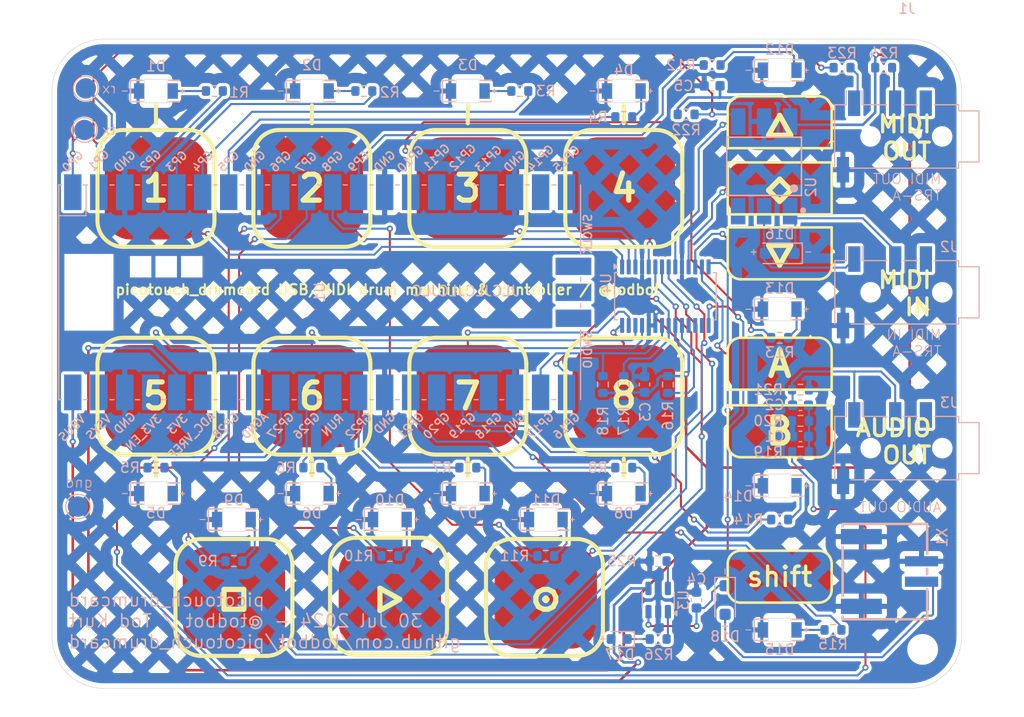
<source format=kicad_pcb>
(kicad_pcb (version 20240108) (generator "pcbnew") (generator_version "8.0")
  (layers (0 "F.Cu" signal) (31 "B.Cu" signal) (34 "B.Paste" user) (35 "F.Paste" user) (36 "B.SilkS" user "B.Silkscreen") (37 "F.SilkS" user "F.Silkscreen") (38 "B.Mask" user) (39 "F.Mask" user) (44 "Edge.Cuts" user))
  (net 0 "")
  (net 1 "/TOUCH1")
  (net 2 "GND")
  (net 3 "/TOUCH2")
  (net 4 "/TOUCH3")
  (net 5 "/TOUCH4")
  (net 6 "/TOUCH5")
  (net 7 "/TOUCH6")
  (net 8 "/TOUCH7")
  (net 9 "/TOUCH8")
  (net 10 "/MIDI_OUT")
  (net 11 "+3.3V")
  (net 12 "Net-(D1-A)")
  (net 13 "/LED1")
  (net 14 "/LED2")
  (net 15 "Net-(D2-A)")
  (net 16 "Net-(D3-A)")
  (net 17 "/LED3")
  (net 18 "/LED4")
  (net 19 "/LED5")
  (net 20 "/LED6")
  (net 21 "/LED7")
  (net 22 "/LED8")
  (net 23 "Net-(D4-A)")
  (net 24 "Net-(D5-A)")
  (net 25 "Net-(D6-A)")
  (net 26 "Net-(D7-A)")
  (net 27 "Net-(D8-A)")
  (net 28 "Net-(D9-A)")
  (net 29 "Net-(D10-A)")
  (net 30 "Net-(D11-A)")
  (net 31 "/LED9")
  (net 32 "/LED10")
  (net 33 "/LED11")
  (net 41 "/TOUCH11")
  (net 42 "/TOUCH9")
  (net 43 "/TOUCH10")
  (net 44 "Net-(J1-PadR1)")
  (net 45 "Net-(J1-PadT)")
  (net 49 "/TOUCH14")
  (net 50 "/TOUCH16")
  (net 51 "/TOUCH12")
  (net 52 "/TOUCH15")
  (net 53 "/TOUCH13")
  (net 57 "/SDA")
  (net 58 "/SCL")
  (net 59 "+BATT")
  (net 60 "Net-(U3-PROG)")
  (net 61 "Net-(U3-STAT)")
  (net 62 "+5V")
  (net 63 "/TOUCH17")
  (net 64 "/MIDI_IN")
  (net 65 "Net-(C2-Pad1)")
  (net 66 "/PWM_AUDIO_OUT")
  (net 67 "Net-(D12-A)")
  (net 68 "Net-(D13-A)")
  (net 69 "Net-(D14-A)")
  (net 70 "Net-(C1-Pad1)")
  (net 71 "Net-(D16-K)")
  (net 72 "Net-(D16-A)")
  (net 73 "/LED12")
  (net 74 "/LED13")
  (net 75 "/LED14")
  (net 77 "Net-(U4-INT)")
  (net 81 "Net-(D15-A)")
  (net 82 "/LED15")
  (net 86 "Net-(D17-K)")
  (net 87 "Net-(D18-K)")
  (footprint "todbot_stuff:Pad-CapacitiveTouch-SparkFun-10x5mm-roundrect" (layer "F.Cu") (at 172.72 51.054)
    (property "Reference" "SW16" (hide yes))
    (property "Value" "Capacitive Button" (hide yes))
  )
  (footprint "SparkFun-Switch:Pad-CapacitiveTouch" (layer "F.Cu") (at 127 27.305)
    (property "Reference" "SW2" (hide yes))
    (property "Value" "Capacitive Button" (hide yes))
  )
  (footprint "SparkFun-Switch:Pad-CapacitiveTouch" (layer "F.Cu") (at 157.48 47.625)
    (property "Reference" "SW8" (hide yes))
    (property "Value" "Capacitive Button" (hide yes))
  )
  (footprint "SparkFun-Switch:Pad-CapacitiveTouch" (layer "F.Cu") (at 142.24 27.305)
    (property "Reference" "SW3" (hide yes))
    (property "Value" "Capacitive Button" (hide yes))
  )
  (footprint "todbot_stuff:Pad-CapacitiveTouch-SparkFun-10x5mm-roundrect" (layer "F.Cu") (at 172.72 27.305)
    (property "Reference" "SW13" (hide yes))
    (property "Value" "Capacitive Button")
  )
  (footprint "todbot_stuff:Pad-CapacitiveTouch-SparkFun-10x5mm-roundrect" (layer "F.Cu") (at 172.72 33.655)
    (property "Reference" "SW14" (hide yes))
    (property "Value" "Capacitive Button" (hide yes))
  )
  (footprint "todbot_stuff:Pad-CapacitiveTouch-SparkFun-10x5mm-roundrect" (layer "F.Cu") (at 172.72 20.955)
    (property "Reference" "SW12" (hide yes))
    (property "Value" "Capacitive Button")
  )
  (footprint "SparkFun-Switch:Pad-CapacitiveTouch" (layer "F.Cu") (at 134.62 67.31)
    (property "Reference" "SW10" (hide yes))
    (property "Value" "Capacitive Button" (hide yes))
  )
  (footprint "SparkFun-Switch:Pad-CapacitiveTouch" (layer "F.Cu") (at 119.38 67.31)
    (property "Reference" "SW9" (hide yes))
    (property "Value" "Capacitive Button" (hide yes))
  )
  (footprint "SparkFun-Switch:Pad-CapacitiveTouch" (layer "F.Cu") (at 111.76 47.625)
    (property "Reference" "SW5" (hide yes))
    (property "Value" "Capacitive Button" (hide yes))
  )
  (footprint "SparkFun-Switch:Pad-CapacitiveTouch" (layer "F.Cu") (at 142.24 47.625)
    (property "Reference" "SW7" (hide yes))
    (property "Value" "Capacitive Button" (hide yes))
  )
  (footprint "SparkFun-Switch:Pad-CapacitiveTouch" (layer "F.Cu") (at 149.86 67.31)
    (property "Reference" "SW11" (hide yes))
    (property "Value" "Capacitive Button" (hide yes))
  )
  (footprint "SparkFun-Switch:Pad-CapacitiveTouch" (layer "F.Cu") (at 127 47.625)
    (property "Reference" "SW6" (hide yes))
    (property "Value" "Capacitive Button" (hide yes))
  )
  (footprint "SparkFun-Switch:Pad-CapacitiveTouch" (layer "F.Cu") (at 111.76 27.305)
    (property "Reference" "SW1" (hide yes))
    (property "Value" "Capacitive Button" (hide yes))
  )
  (footprint "MountingHole:MountingHole_2.5mm" (layer "F.Cu") (at 186.69 72.39)
    (property "Reference" "H1" (hide yes))
    (property "Value" "MountingHole" (hide yes))
  )
  (footprint "SparkFun-Switch:Pad-CapacitiveTouch" (layer "F.Cu") (at 157.48 27.305)
    (property "Reference" "SW4" (hide yes))
    (property "Value" "Capacitive Button" (hide yes))
  )
  (footprint "todbot_stuff:Pad-CapacitiveTouch-SparkFun-10x5mm-roundrect" (layer "F.Cu") (at 172.72 44.45)
    (property "Reference" "SW15" (hide yes))
    (property "Value" "Capacitive Button")
  )
  (footprint "todbot_stuff:Pad-CapacitiveTouch-SparkFun-10x5mm-roundrect" (layer "F.Cu") (at 172.72 65.278)
    (property "Reference" "SW17" (hide yes))
    (property "Value" "Capacitive Button" (hide yes))
  )
  (footprint "Resistor_SMD:R_0603_1608Metric" (layer "B.Cu") (at 149.86 63.246)
    (property "Reference" "R11")
    (property "Value" "1k")
  )
  (footprint "Resistor_SMD:R_0603_1608Metric" (layer "B.Cu") (at 174.752 46.99 180)
    (property "Reference" "R21")
    (property "Value" "1.8k" (hide yes))
  )
  (footprint "Resistor_SMD:R_0603_1608Metric" (layer "B.Cu") (at 174.752 53.086 180)
    (property "Reference" "R19")
    (property "Value" "220" (hide yes))
  )
  (footprint "todbot_stuff:LED1206_LTST-C230KRKT-cutout" (layer "B.Cu") (at 172.72 70.485 180)
    (property "Reference" "D15")
    (property "Value" "LED" (hide yes))
    (fp_rect (start 1.1 -1.15) (end -1.1 1.15) (stroke (width 0.05)) (fill none) (layer "Edge.Cuts"))
  )
  (footprint "Resistor_SMD:R_0603_1608Metric" (layer "B.Cu") (at 161.798 46.482 90)
    (property "Reference" "R16")
    (property "Value" "10k" (hide yes))
  )
  (footprint "TestPoint:TestPoint_Pad_D2.0mm" (layer "B.Cu") (at 104.902 17.526 180)
    (property "Reference" "TP3" (hide yes))
    (property "Value" "RX")
  )
  (footprint "todbot_stuff:LED1206_LTST-C230KRKT-cutout" (layer "B.Cu") (at 134.62 59.69 180)
    (property "Reference" "D10")
    (property "Value" "LED" (hide yes))
    (fp_poly (pts (xy 1.1 -1.15) (xy -1.1 -1.15) (xy -1.1 1.15) (xy 1.1 1.15)) (stroke (width 0.05)) (fill none) (layer "Edge.Cuts"))
  )
  (footprint "Capacitor_SMD:C_0603_1608Metric" (layer "B.Cu") (at 159.512 46.482 90)
    (property "Reference" "C3")
    (property "Value" "100n" (hide yes))
  )
  (footprint "Resistor_SMD:R_0603_1608Metric" (layer "B.Cu") (at 142.24 54.61)
    (property "Reference" "R7")
    (property "Value" "1k")
  )
  (footprint "Resistor_SMD:R_0603_1608Metric" (layer "B.Cu") (at 160.845 63.754)
    (property "Reference" "R25")
    (property "Value" "5.1k" (hide yes))
  )
  (footprint "easyeda2kicad:CONN-SMD_AFC20-S02ACA-00" (layer "B.Cu") (at 183.642 64.77 -90)
    (property "Reference" "X1")
    (property "Value" "AFC20-S02ACA-00")
  )
  (footprint "LED_SMD:LED_0603_1608Metric" (layer "B.Cu") (at 157.035 71.374 180)
    (property "Reference" "D17")
    (property "Value" "orange" (hide yes))
  )
  (footprint "Resistor_SMD:R_0603_1608Metric" (layer "B.Cu") (at 111.76 54.61)
    (property "Reference" "R5")
    (property "Value" "1k")
  )
  (footprint "todbot_stuff:LED1206_LTST-C230KRKT-cutout" (layer "B.Cu") (at 172.72 56.388 180)
    (property "Reference" "D14")
    (property "Value" "LED" (hide yes))
    (fp_rect (start 1.1 -1.15) (end -1.1 1.15) (stroke (width 0.05)) (fill none) (layer "Edge.Cuts"))
  )
  (footprint "todbot_stuff:LED1206_LTST-C230KRKT-cutout" (layer "B.Cu") (at 157.48 17.78 180)
    (property "Reference" "D4")
    (property "Value" "LED" (hide yes))
    (fp_rect (start 1.1 -1.15) (end -1.1 1.15) (stroke (width 0.05)) (fill none) (layer "Edge.Cuts"))
  )
  (footprint "todbot_stuff:Jack_3.5mm_PJ320D_Horizontal" (layer "B.Cu") (at 183.835 52.705 180)
    (property "Reference" "J3")
    (property "Value" "AudioJack4")
  )
  (footprint "TestPoint:TestPoint_Pad_D2.0mm" (layer "B.Cu") (at 104.14 58.42 180)
    (property "Reference" "TP1" (hide yes))
    (property "Value" "GND")
  )
  (footprint "todbot_stuff:LED1206_LTST-C230KRKT-cutout" (layer "B.Cu") (at 111.76 57.15 180)
    (property "Reference" "D5")
    (property "Value" "LED" (hide yes))
    (fp_rect (start 1.1 -1.15) (end -1.1 1.15) (stroke (width 0.05)) (fill none) (layer "Edge.Cuts"))
  )
  (footprint "Resistor_SMD:R_0603_1608Metric" (layer "B.Cu") (at 127 54.61)
    (property "Reference" "R6")
    (property "Value" "1k")
  )
  (footprint "Resistor_SMD:R_0603_1608Metric" (layer "B.Cu") (at 132.08 17.78 180)
    (property "Reference" "R2")
    (property "Value" "1k")
  )
  (footprint "TestPoint:TestPoint_Pad_D2.0mm" (layer "B.Cu") (at 104.775 21.59 180)
    (property "Reference" "TP2" (hide yes))
    (property "Value" "TX")
  )
  (footprint "Resistor_SMD:R_0603_1608Metric" (layer "B.Cu") (at 117.475 17.78 180)
    (property "Reference" "R1")
    (property "Value" "1k")
  )
  (footprint "Resistor_SMD:R_0603_1608Metric" (layer "B.Cu") (at 172.72 41.91)
    (property "Reference" "R13")
    (property "Value" "1k")
  )
  (footprint "Package_TO_SOT_SMD:SOT-23-5" (layer "B.Cu") (at 160.845 67.564 90)
    (property "Reference" "U3")
    (property "Value" "MCP73831-2-OT")
  )
  (footprint "Resistor_SMD:R_0603_1608Metric" (layer "B.Cu") (at 157.48 54.61)
    (property "Reference" "R8")
    (property "Value" "1k")
  )
  (footprint "todbot_stuff:LED1206_LTST-C230KRKT-cutout" (layer "B.Cu") (at 157.48 57.15 180)
    (property "Reference" "D8")
    (property "Value" "LED" (hide yes))
    (fp_rect (start 1.1 -1.15) (end -1.1 1.15) (stroke (width 0.05)) (fill none) (layer "Edge.Cuts"))
  )
  (footprint "todbot_stuff:Jack_3.5mm_PJ320D_Horizontal" (layer "B.Cu") (at 183.82 22.225 180)
    (property "Reference" "J1")
    (property "Value" "AudioJack4")
  )
  (footprint "Diode_SMD:D_SOD-123F" (layer "B.Cu") (at 172.72 33.655 180)
    (property "Reference" "D16")
    (property "Value" "1N4148WT")
  )
  (footprint "todbot_RPI_Pico:RPi_Pico_SMD" (layer "B.Cu") (at 127.762 37.465 -90)
    (property "Reference" "U1")
    (property "Value" "Pico")
  )
  (footprint "Resistor_SMD:R_0603_1608Metric" (layer "B.Cu") (at 134.62 63.246)
    (property "Reference" "R10")
    (property "Value" "1k")
  )
  (footprint "Capacitor_SMD:C_0603_1608Metric" (layer "B.Cu") (at 174.752 51.562 180)
    (property "Reference" "C1")
    (property "Value" "100n" (hide yes))
  )
  (footprint "Capacitor_SMD:C_0603_1608Metric" (layer "B.Cu") (at 174.752 48.514)
    (property "Reference" "C2")
    (property "Value" "47u" (hide yes))
  )
  (footprint "Package_SO:TSSOP-28_4.4x9.7mm_P0.65mm" (layer "B.Cu") (at 161.544 37.846 -90)
    (property "Reference" "U4")
    (property "Value" "TS20")
  )
  (footprint "Resistor_SMD:R_0603_1608Metric" (layer "B.Cu") (at 163.576 20.066 180)
    (property "Reference" "R22")
    (property "Value" "4.7k")
  )
  (footprint "Resistor_SMD:R_0603_1608Metric" (layer "B.Cu") (at 182.88 15.494 180)
    (property "Reference" "R24")
    (property "Value" "33" (hide yes))
  )
  (footprint "todbot_stuff:LED1206_LTST-C230KRKT-cutout" (layer "B.Cu") (at 127 17.78 180)
    (property "Reference" "D2")
    (property "Value" "LED" (hide yes))
    (fp_rect (start 1.1 -1.15) (end -1.1 1.15) (stroke (width 0.05)) (fill none) (layer "Edge.Cuts"))
  )
  (footprint "todbot_stuff:Jack_3.5mm_PJ320D_Horizontal" (layer "B.Cu") (at 183.835 37.465 180)
    (property "Reference" "J2")
    (property "Value" "AudioJack4")
  )
  (footprint "todbot_stuff:LED1206_LTST-C230KRKT-cutout" (layer "B.Cu") (at 111.76 17.78 180)
    (property "Reference" "D1")
    (property "Value" "LED" (hide yes))
    (fp_rect (start 1.1 -1.15) (end -1.1 1.15) (stroke (width 0.05)) (fill none) (layer "Edge.Cuts"))
  )
  (footprint "Capacitor_SMD:C_0603_1608Metric" (layer "B.Cu") (at 164.592 67.564 90)
    (property "Reference" "C4")
    (property "Value" "10uF")
  )
  (footprint "Resistor_SMD:R_0603_1608Metric" (layer "B.Cu") (at 172.72 59.69)
    (property "Reference" "R14")
    (property "Value" "1k")
  )
  (footprint "easyeda2kicad:SMD-6_L7.3-W6.5-P2.54-LS10.2-BL" (layer "B.Cu") (at 171.196 25.146 180)
    (property "Reference" "U2")
    (property "Value" "H11L1S(TA)")
  )
  (footprint "Resistor_SMD:R_0603_1608Metric" (layer "B.Cu") (at 157.48 20.32)
    (property "Reference" "R4")
    (property "Value" "1k")
  )
  (footprint "Resistor_SMD:R_0603_1608Metric" (layer "B.Cu") (at 147.32 17.78 180)
    (property "Reference" "R3")
    (property "Value" "1k")
  )
  (footprint "todbot_stuff:LED1206_LTST-C230KRKT-cutout" (layer "B.Cu") (at 172.72 39.116 180)
    (property "Reference" "D13")
    (property "Value" "LED" (hide yes))
    (fp_rect (start 1.1 -1.15) (end -1.1 1.15) (stroke (width 0.05)) (fill none) (layer "Edge.Cuts"))
  )
  (footprint "Capacitor_SMD:C_0603_1608Metric" (layer "B.Cu") (at 166.116 17.272 180)
    (property "Reference" "C5")
    (property "Value" "100n")
  )
  (footprint "Resistor_SMD:R_0603_1608Metric" (layer "B.Cu") (at 160.845 71.374 180)
    (property "Reference" "R26")
    (property "Value" "5.1k" (hide yes))
  )
  (footprint "Diode_SMD:D_SOD-123F" (layer "B.Cu") (at 167.386 67.564 -90)
    (property "Reference" "D18")
    (property "Value" "MBR120")
  )
  (footprint "todbot_stuff:LED1206_LTST-C230KRKT-cutout" (layer "B.Cu") (at 127 57.15 180)
    (property "Reference" "D6")
    (property "Value" "LED" (hide yes))
    (fp_rect (start 1.1 -1.15) (end -1.1 1.15) (stroke (width 0.05)) (fill none) (layer "Edge.Cuts"))
  )
  (footprint "todbot_stuff:LED1206_LTST-C230KRKT-cutout" (layer "B.Cu") (at 142.24 57.15 180)
    (property "Reference" "D7")
    (property "Value" "LED" (hide yes))
    (fp_rect (start 1.1 -1.15) (end -1.1 1.15) (stroke (width 0.05)) (fill none) (layer "Edge.Cuts"))
  )
  (footprint "todbot_stuff:LED1206_LTST-C230KRKT-cutout" (layer "B.Cu") (at 172.72 15.748 180)
    (property "Reference" "D12")
    (property "Value" "LED" (hide yes))
    (fp_rect (start 1.1 -1.15) (end -1.1 1.15) (stroke (width 0.05)) (fill none) (layer "Edge.Cuts"))
  )
  (footprint "Resistor_SMD:R_0603_1608Metric" (layer "B.Cu") (at 178.816 15.494 180)
    (property "Reference" "R23")
    (property "Value" "10" (hide yes))
  )
  (footprint "Resistor_SMD:R_0603_1608Metric" (layer "B.Cu") (at 155.448 46.482 -90)
    (property "Reference" "R18")
    (property "Value" "10k" (hide yes))
  )
  (footprint "Resistor_SMD:R_0603_1608Metric" (layer "B.Cu") (at 119.38 63.754)
    (property "Reference" "R9")
    (property "Value" "1k")
  )
  (footprint "todbot_stuff:LED1206_LTST-C230KRKT-cutout" (layer "B.Cu") (at 149.86 59.69 180)
    (property "Reference" "D11")
    (property "Value" "LED" (hide yes))
    (fp_poly (pts (xy 1.1 -1.15) (xy -1.1 -1.15) (xy -1.1 1.15) (xy 1.1 1.15)) (stroke (width 0.05)) (fill none) (layer "Edge.Cuts"))
  )
  (footprint "Resistor_SMD:R_0603_1608Metric" (layer "B.Cu") (at 174.752 50.038)
    (property "Reference" "R20")
    (property "Value" "100" (hide yes))
  )
  (footprint "Resistor_SMD:R_0603_1608Metric" (layer "B.Cu") (at 157.48 46.482 -90)
    (property "Reference" "R17")
    (property "Value" "10k" (hide yes))
  )
  (footprint "Resistor_SMD:R_0603_1608Metric" (layer "B.Cu") (at 166.116 15.24)
    (property "Reference" "R12")
    (property "Value" "1k")
  )
  (footprint "Resistor_SMD:R_0603_1608Metric" (layer "B.Cu") (at 177.927 70.485 180)
    (property "Reference" "R15")
    (property "Value" "1k")
  )
  (footprint "todbot_stuff:LED1206_LTST-C230KRKT-cutout" (layer "B.Cu") (at 142.24 17.78 180)
    (property "Reference" "D3")
    (property "Value" "LED" (hide yes))
    (fp_rect (start 1.1 -1.15) (end -1.1 1.15) (stroke (width 0.05)) (fill none) (layer "Edge.Cuts"))
  )
  (footprint "todbot_stuff:LED1206_LTST-C230KRKT-cutout" (layer "B.Cu") (at 119.38 59.69 180)
    (property "Reference" "D9")
    (property "Value" "LED" (hide yes))
    (fp_poly (pts (xy 1.1 -1.15) (xy -1.1 -1.15) (xy -1.1 1.15) (xy 1.1 1.15)) (stroke (width 0.05)) (fill none) (layer "Edge.Cuts"))
  )
  (gr_line (start 170.18 33.274) (end 170.18 33.782) (stroke (width 0.1)) (layer "B.SilkS"))
  (gr_line (start 155.448 71.374) (end 155.194 71.374) (stroke (width 0.1)) (layer "B.SilkS"))
  (gr_line (start 167.131999 70.104) (end 167.640001 70.104) (stroke (width 0.1)) (layer "B.SilkS"))
  (gr_line (start 155.702 71.374) (end 155.448 71.374) (stroke (width 0.1)) (layer "B.SilkS"))
  (gr_line (start 167.386 69.85) (end 167.386 70.103999) (stroke (width 0.1)) (layer "B.SilkS"))
  (gr_line (start 167.386 70.103999) (end 167.386 70.358001) (stroke (width 0.1)) (layer "B.SilkS"))
  (gr_line (start 155.448 71.12) (end 155.448 71.628) (stroke (width 0.1)) (layer "B.SilkS"))
  (gr_line (start 159.258 71.374) (end 158.75 71.374) (stroke (width 0.1)) (layer "B.SilkS"))
  (gr_line (start 175.768 33.528) (end 175.26 33.528) (stroke (width 0.1)) (layer "B.SilkS"))
  (gr_line (start 170.18 33.528) (end 169.926 33.528) (stroke (width 0.1)) (layer "B.SilkS"))
  (gr_line (start 170.434 33.528) (end 170.18 33.528) (stroke (width 0.1)) (layer "B.SilkS"))
  (gr_line (start 167.386 64.516) (end 167.386 65.024) (stroke (width 0.1)) (layer "B.SilkS"))
  (gr_arc (start 139.065 33.02) (mid 137.268949 32.276051) (end 136.525 30.48) (stroke (width 0.4)) (layer "F.SilkS"))
  (gr_line (start 147.955 44.45) (end 147.955 50.8) (stroke (width 0.4)) (layer "F.SilkS"))
  (gr_arc (start 168.91 67.818) (mid 168.011974 67.446026) (end 167.64 66.548) (stroke (width 0.254)) (layer "F.SilkS"))
  (gr_line (start 106.045 30.48) (end 106.045 24.13) (stroke (width 0.4)) (layer "F.SilkS"))
  (gr_line (start 111.76 19.191) (end 111.76 20.941) (stroke (width 0.4)) (layer "F.SilkS"))
  (gr_arc (start 147.955 30.48) (mid 147.211051 32.276051) (end 145.415 33.02) (stroke (width 0.4)) (layer "F.SilkS"))
  (gr_arc (start 130.175 41.91) (mid 131.971051 42.653949) (end 132.715 44.45) (stroke (width 0.4)) (layer "F.SilkS"))
  (gr_arc (start 176.53 62.738) (mid 177.428026 63.109974) (end 177.8 64.008) (stroke (width 0.254)) (layer "F.SilkS"))
  (gr_arc (start 146.558 73.025) (mid 144.761949 72.281051) (end 144.018 70.485) (stroke (width 0.4)) (layer "F.SilkS"))
  (gr_arc (start 176.53 41.91) (mid 177.428026 42.281974) (end 177.8 43.18) (stroke (width 0.254)) (layer "F.SilkS"))
  (gr_line (start 160.655 53.34) (end 154.305 53.34) (stroke (width 0.4)) (layer "F.SilkS"))
  (gr_arc (start 132.715 30.48) (mid 131.971051 32.276051) (end 130.175 33.02) (stroke (width 0.4)) (layer "F.SilkS"))
  (gr_arc (start 147.955 50.8) (mid 147.211051 52.596051) (end 145.415 53.34) (stroke (width 0.4)) (layer "F.SilkS"))
  (gr_arc (start 154.305 53.34) (mid 152.508949 52.596051) (end 151.765 50.8) (stroke (width 0.4)) (layer "F.SilkS"))
  (gr_arc (start 125.095 70.485) (mid 124.351051 72.281051) (end 122.555 73.025) (stroke (width 0.4)) (layer "F.SilkS"))
  (gr_line (start 146.558 61.595) (end 152.908 61.595) (stroke (width 0.4)) (layer "F.SilkS"))
  (gr_arc (start 116.205 73.025) (mid 114.408949 72.281051) (end 113.665 70.485) (stroke (width 0.4)) (layer "F.SilkS"))
  (gr_arc (start 145.415 21.59) (mid 147.211051 22.333949) (end 147.955 24.13) (stroke (width 0.4)) (layer "F.SilkS"))
  (gr_line (start 139.065 41.91) (end 145.415 41.91) (stroke (width 0.4)) (layer "F.SilkS"))
  (gr_line (start 168.91 41.91) (end 176.53 41.91) (stroke (width 0.254)) (layer "F.SilkS"))
  (gr_line (start 176.53 53.594) (end 168.91 53.594) (stroke (width 0.254)) (layer "F.SilkS"))
  (gr_line (start 111.76 53.735) (end 111.76 55.485) (stroke (width 0.4)) (layer "F.SilkS"))
  (gr_line (start 167.64 66.548) (end 167.64 64.008) (stroke (width 0.254)) (layer "F.SilkS"))
  (gr_arc (start 144.018 64.135) (mid 144.761949 62.338949) (end 146.558 61.595) (stroke (width 0.4)) (layer "F.SilkS"))
  (gr_line (start 122.555 73.025) (end 116.205 73.025) (stroke (width 0.4)) (layer "F.SilkS"))
  (gr_line (start 130.175 53.34) (end 123.825 53.34) (stroke (width 0.4)) (layer "F.SilkS"))
  (gr_arc (start 160.655 21.59) (mid 162.451051 22.333949) (end 163.195 24.13) (stroke (width 0.4)) (layer "F.SilkS"))
  (gr_line (start 116.205 61.595) (end 122.555 61.595) (stroke (width 0.4)) (layer "F.SilkS"))
  (gr_arc (start 177.8 34.925) (mid 177.428026 35.823026) (end 176.53 36.195) (stroke (width 0.254)) (layer "F.SilkS"))
  (gr_line (start 154.305 41.91) (end 160.655 41.91) (stroke (width 0.4)) (layer "F.SilkS"))
  (gr_arc (start 108.585 53.34) (mid 106.788949 52.596051) (end 106.045 50.8) (stroke (width 0.4)) (layer "F.SilkS"))
  (gr_line (start 163.195 44.45) (end 163.195 50.8) (stroke (width 0.4)) (layer "F.SilkS"))
  (gr_line (start 176.53 67.818) (end 168.91 67.818) (stroke (width 0.254)) (layer "F.SilkS"))
  (gr_line (start 155.448 64.135) (end 155.448 70.485) (stroke (width 0.4)) (layer "F.SilkS"))
  (gr_line (start 142.24 19.191) (end 142.24 20.941) (stroke (width 0.4)) (layer "F.SilkS"))
  (gr_line (start 114.935 53.34) (end 108.585 53.34) (stroke (width 0.4)) (layer "F.SilkS"))
  (gr_line (start 140.208 64.008) (end 140.208 70.358) (stroke (width 0.4)) (layer "F.SilkS"))
  (gr_line (start 176.53 36.195) (end 168.91 36.195) (stroke (width 0.254)) (layer "F.SilkS"))
  (gr_line (start 130.175 33.02) (end 123.825 33.02) (stroke (width 0.4)) (layer "F.SilkS"))
  (gr_line (start 177.8 48.514) (end 177.8 52.324) (stroke (width 0.254)) (layer "F.SilkS"))
  (gr_arc (start 167.64 64.008) (mid 168.011974 63.109974) (end 168.91 62.738) (stroke (width 0.254)) (layer "F.SilkS"))
  (gr_line (start 132.715 44.45) (end 132.715 50.8) (stroke (width 0.4)) (layer "F.SilkS"))
  (gr_line (start 108.585 21.59) (end 114.935 21.59) (stroke (width 0.4)) (layer "F.SilkS"))
  (gr_arc (start 123.825 53.34) (mid 122.028949 52.596051) (end 121.285 50.8) (stroke (width 0.4)) (layer "F.SilkS"))
  (gr_arc (start 137.668 61.468) (mid 139.464051 62.211949) (end 140.208 64.008) (stroke (width 0.4)) (layer "F.SilkS"))
  (gr_line (start 167.64 48.514) (end 177.8 48.514) (stroke (width 0.254)) (layer "F.SilkS"))
  (gr_line (start 167.64 31.115) (end 177.8 31.115) (stroke (width 0.254)) (layer "F.SilkS"))
  (gr_line (start 142.24 53.735) (end 142.24 55.485) (stroke (width 0.4)) (layer "F.SilkS"))
  (gr_line (start 160.655 33.02) (end 154.305 33.02) (stroke (width 0.4)) (layer "F.SilkS"))
  (gr_line (start 177.8 64.008) (end 177.8 66.548) (stroke (width 0.254)) (layer "F.SilkS"))
  (gr_arc (start 152.908 61.595) (mid 154.704051 62.338949) (end 155.448 64.135) (stroke (width 0.4)) (layer "F.SilkS"))
  (gr_line (start 167.64 52.324) (end 167.64 48.514) (stroke (width 0.254)) (layer "F.SilkS"))
  (gr_line (start 157.48 53.735) (end 157.48 55.485) (stroke (width 0.4)) (layer "F.SilkS"))
  (gr_line (start 117.475 24.13) (end 117.475 30.48) (stroke (width 0.4)) (layer "F.SilkS"))
  (gr_arc (start 130.175 21.59) (mid 131.971051 22.333949) (end 132.715 24.13) (stroke (width 0.4)) (layer "F.SilkS"))
  (gr_arc (start 114.935 41.91) (mid 116.731051 42.653949) (end 117.475 44.45) (stroke (width 0.4)) (layer "F.SilkS"))
  (gr_line (start 121.285 50.8) (end 121.285 44.45) (stroke (width 0.4)) (layer "F.SilkS"))
  (gr_arc (start 132.715 50.8) (mid 131.971051 52.596051) (end 130.175 53.34) (stroke (width 0.4)) (layer "F.SilkS"))
  (gr_arc (start 154.305 33.02) (mid 152.508949 32.276051) (end 151.765 30.48) (stroke (width 0.4)) (layer "F.SilkS"))
  (gr_arc (start 163.195 30.48) (mid 162.451051 32.276051) (end 160.655 33.02) (stroke (width 0.4)) (layer "F.SilkS"))
  (gr_arc (start 151.765 24.13) (mid 152.508949 22.333949) (end 154.305 21.59) (stroke (width 0.4)) (layer "F.SilkS"))
  (gr_line (start 137.668 72.898) (end 131.318 72.898) (stroke (width 0.4)) (layer "F.SilkS"))
  (gr_line (start 154.305 21.59) (end 160.655 21.59) (stroke (width 0.4)) (layer "F.SilkS"))
  (gr_line (start 168.91 18.288) (end 176.53 18.288) (stroke (width 0.254)) (layer "F.SilkS"))
  (gr_arc (start 136.525 24.13) (mid 137.268949 22.333949) (end 139.065 21.59) (stroke (width 0.4)) (layer "F.SilkS"))
  (gr_line (start 145.415 53.34) (end 139.065 53.34) (stroke (width 0.4)) (layer "F.SilkS"))
  (gr_arc (start 117.475 50.8) (mid 116.731051 52.596051) (end 114.935 53.34) (stroke (width 0.4)) (layer "F.SilkS"))
  (gr_line (start 177.8 19.558) (end 177.8 23.368) (stroke (width 0.254)) (layer "F.SilkS"))
  (gr_line (start 152.908 73.025) (end 146.558 73.025) (stroke (width 0.4)) (layer "F.SilkS"))
  (gr_line (start 132.715 24.13) (end 132.715 30.48) (stroke (width 0.4)) (layer "F.SilkS"))
  (gr_arc (start 145.415 41.91) (mid 147.211051 42.653949) (end 147.955 44.45) (stroke (width 0.4)) (layer "F.SilkS"))
  (gr_line (start 125.095 64.135) (end 125.095 70.485) (stroke (width 0.4)) (layer "F.SilkS"))
  (gr_line (start 147.955 24.13) (end 147.955 30.48) (stroke (width 0.4)) (layer "F.SilkS"))
  (gr_line (start 177.8 23.368) (end 167.64 23.368) (stroke (width 0.254)) (layer "F.SilkS"))
  (gr_line (start 163.195 24.13) (end 163.195 30.48) (stroke (width 0.4)) (layer "F.SilkS"))
  (gr_line (start 167.64 34.925) (end 167.64 31.115) (stroke (width 0.254)) (layer "F.SilkS"))
  (gr_arc (start 155.448 70.485) (mid 154.704051 72.281051) (end 152.908 73.025) (stroke (width 0.4)) (layer "F.SilkS"))
  (gr_line (start 108.585 41.91) (end 114.935 41.91) (stroke (width 0.4)) (layer "F.SilkS"))
  (gr_line (start 168.91 62.738) (end 176.53 62.738) (stroke (width 0.254)) (layer "F.SilkS"))
  (gr_arc (start 123.825 33.02) (mid 122.028949 32.276051) (end 121.285 30.48) (stroke (width 0.4)) (layer "F.SilkS"))
  (gr_arc (start 108.585 33.02) (mid 106.788949 32.276051) (end 106.045 30.48) (stroke (width 0.4)) (layer "F.SilkS"))
  (gr_arc (start 168.91 53.594) (mid 168.011974 53.222026) (end 167.64 52.324) (stroke (width 0.254)) (layer "F.SilkS"))
  (gr_arc (start 168.91 36.195) (mid 168.011974 35.823026) (end 167.64 34.925) (stroke (width 0.254)) (layer "F.SilkS"))
  (gr_line (start 151.765 30.48) (end 151.765 24.13) (stroke (width 0.4)) (layer "F.SilkS"))
  (gr_arc (start 106.045 24.13) (mid 106.788949 22.333949) (end 108.585 21.59) (stroke (width 0.4)) (layer "F.SilkS"))
  (gr_line (start 167.64 46.99) (end 167.64 43.18) (stroke (width 0.254)) (layer "F.SilkS"))
  (gr_arc (start 136.525 44.45) (mid 137.268949 42.653949) (end 139.065 41.91) (stroke (width 0.4)) (layer "F.SilkS"))
  (gr_line (start 121.285 30.48) (end 121.285 24.13) (stroke (width 0.4)) (layer "F.SilkS"))
  (gr_line (start 145.415 33.02) (end 139.065 33.02) (stroke (width 0.4)) (layer "F.SilkS"))
  (gr_line (start 123.825 41.91) (end 130.175 41.91) (stroke (width 0.4)) (layer "F.SilkS"))
  (gr_arc (start 163.195 50.8) (mid 162.451051 52.596051) (end 160.655 53.34) (stroke (width 0.4)) (layer "F.SilkS"))
  (gr_rect (start 167.64 24.765) (end 177.8 29.845) (stroke (width 0.254)) (fill none) (layer "F.SilkS"))
  (gr_line (start 167.64 23.368) (end 167.64 19.558) (stroke (width 0.254)) (layer "F.SilkS"))
  (gr_arc (start 122.555 61.595) (mid 124.351051 62.338949) (end 125.095 64.135) (stroke (width 0.4)) (layer "F.SilkS"))
  (gr_arc (start 114.935 21.59) (mid 116.731051 22.333949) (end 117.475 24.13) (stroke (width 0.4)) (layer "F.SilkS"))
  (gr_line (start 127 53.735) (end 127 55.485) (stroke (width 0.4)) (layer "F.SilkS"))
  (gr_arc (start 121.285 24.13) (mid 122.028949 22.333949) (end 123.825 21.59) (stroke (width 0.4)) (layer "F.SilkS"))
  (gr_line (start 157.48 19.191) (end 157.48 20.941) (stroke (width 0.4)) (layer "F.SilkS"))
  (gr_line (start 144.018 70.485) (end 144.018 64.135) (stroke (width 0.4)) (layer "F.SilkS"))
  (gr_line (start 106.045 50.8) (end 106.045 44.45) (stroke (width 0.4)) (layer "F.SilkS"))
  (gr_arc (start 176.53 18.288) (mid 177.428026 18.659974) (end 177.8 19.558) (stroke (width 0.254)) (layer "F.SilkS"))
  (gr_arc (start 117.475 30.48) (mid 116.731051 32.276051) (end 114.935 33.02) (stroke (width 0.4)) (layer "F.SilkS"))
  (gr_line (start 117.475 44.45) (end 117.475 50.8) (stroke (width 0.4)) (layer "F.SilkS"))
  (gr_arc (start 177.8 52.324) (mid 177.428026 53.222026) (end 176.53 53.594) (stroke (width 0.254)) (layer "F.SilkS"))
  (gr_line (start 136.525 30.48) (end 136.525 24.13) (stroke (width 0.4)) (layer "F.SilkS"))
  (gr_arc (start 128.778 64.008) (mid 129.521949 62.211949) (end 131.318 61.468) (stroke (width 0.4)) (layer "F.SilkS"))
  (gr_line (start 151.765 50.8) (end 151.765 44.45) (stroke (width 0.4)) (layer "F.SilkS"))
  (gr_line (start 131.318 61.468) (end 137.668 61.468) (stroke (width 0.4)) (layer "F.SilkS"))
  (gr_line (start 136.525 50.8) (end 136.525 44.45) (stroke (width 0.4)) (layer "F.SilkS"))
  (gr_line (start 128.778 70.358) (end 128.778 64.008) (stroke (width 0.4)) (layer "F.SilkS"))
  (gr_line (start 113.665 70.485) (end 113.665 64.135) (stroke (width 0.4)) (layer "F.SilkS"))
  (gr_arc (start 131.318 72.898) (mid 129.521949 72.154051) (end 128.778 70.358) (stroke (width 0.4)) (layer "F.SilkS"))
  (gr_arc (start 140.208 70.358) (mid 139.464051 72.154051) (end 137.668 72.898) (stroke (width 0.4)) (layer "F.SilkS"))
  (gr_arc (start 167.64 43.18) (mid 168.011974 42.281974) (end 168.91 41.91) (stroke (width 0.254)) (layer "F.SilkS"))
  (gr_arc (start 177.8 66.548) (mid 177.428026 67.446026) (end 176.53 67.818) (stroke (width 0.254)) (layer "F.SilkS"))
  (gr_arc (start 151.765 44.45) (mid 152.508949 42.653949) (end 154.305 41.91) (stroke (width 0.4)) (layer "F.SilkS"))
  (gr_arc (start 160.655 41.91) (mid 162.451051 42.653949) (end 163.195 44.45) (stroke (width 0.4)) (layer "F.SilkS"))
  (gr_line (start 177.8 43.18) (end 177.8 46.99) (stroke (width 0.254)) (layer "F.SilkS"))
  (gr_arc (start 113.665 64.135) (mid 114.408949 62.338949) (end 116.205 61.595) (stroke (width 0.4)) (layer "F.SilkS"))
  (gr_line (start 127 19.191) (end 127 20.941) (stroke (width 0.4)) (layer "F.SilkS"))
  (gr_line (start 177.8 31.115) (end 177.8 34.925) (stroke (width 0.254)) (layer "F.SilkS"))
  (gr_arc (start 106.045 44.45) (mid 106.788949 42.653949) (end 108.585 41.91) (stroke (width 0.4)) (layer "F.SilkS"))
  (gr_arc (start 121.285 44.45) (mid 122.028949 42.653949) (end 123.825 41.91) (stroke (width 0.4)) (layer "F.SilkS"))
  (gr_line (start 123.825 21.59) (end 130.175 21.59) (stroke (width 0.4)) (layer "F.SilkS"))
  (gr_line (start 177.8 46.99) (end 167.64 46.99) (stroke (width 0.254)) (layer "F.SilkS"))
  (gr_arc (start 167.64 19.558) (mid 168.011974 18.659974) (end 168.91 18.288) (stroke (width 0.254)) (layer "F.SilkS"))
  (gr_line (start 139.065 21.59) (end 145.415 21.59) (stroke (width 0.4)) (layer "F.SilkS"))
  (gr_line (start 114.935 33.02) (end 108.585 33.02) (stroke (width 0.4)) (layer "F.SilkS"))
  (gr_arc (start 139.065 53.34) (mid 137.268949 52.596051) (end 136.525 50.8) (stroke (width 0.4)) (layer "F.SilkS"))
  (gr_arc (start 190.5 71.12) (mid 189.012102 74.712102) (end 185.42 76.2) (stroke (width 0.05)) (layer "Edge.Cuts"))
  (gr_arc (start 101.6 17.78) (mid 103.087898 14.187898) (end 106.68 12.7) (stroke (width 0.05)) (layer "Edge.Cuts"))
  (gr_line (start 106.68 12.7) (end 185.42 12.7) (stroke (width 0.05)) (layer "Edge.Cuts"))
  (gr_line (start 185.42 76.2) (end 106.68 76.2) (stroke (width 0.05)) (layer "Edge.Cuts"))
  (gr_line (start 101.6 71.12) (end 101.6 17.78) (stroke (width 0.05)) (layer "Edge.Cuts"))
  (gr_arc (start 185.42 12.7) (mid 189.012102 14.187898) (end 190.5 17.78) (stroke (width 0.05)) (layer "Edge.Cuts"))
  (gr_line (start 190.5 17.78) (end 190.5 71.12) (stroke (width 0.05)) (layer "Edge.Cuts"))
  (gr_arc (start 106.68 76.2) (mid 103.087898 74.712102) (end 101.6 71.12) (stroke (width 0.05)) (layer "Edge.Cuts"))
  (gr_text "JLCJLCJLCJLC" (at 147.32 37.338 0) (layer "B.SilkS") (effects (font (size 1.016 1.016) (thickness 0.14986)) (justify left mirror)))
  (gr_text "MIDI OUT\nTRS-A" (at 188.595 28.575 0) (layer "B.SilkS") (effects (font (size 1 1) (thickness 0.1)) (justify left bottom mirror)))
  (gr_text "tx\n" (at 106.426 21.59 0) (layer "B.SilkS") (effects (font (size 1 1) (thickness 0.1)) (justify right mirror)))
  (gr_text "AUDIO OUT" (at 188.595 59.055 0) (layer "B.SilkS") (effects (font (size 1 1) (thickness 0.1)) (justify left bottom mirror)))
  (gr_text "rx\n" (at 106.426 17.526 0) (layer "B.SilkS") (effects (font (size 1 1) (thickness 0.1)) (justify right mirror)))
  (gr_text "picotouch_drumcard\n30 Jul 2024 - @todbot / Tod Kurt\ngithub.com/todbot/picotouch_drumcard" (at 103.124 72.39 0) (layer "B.SilkS") (effects (font (size 1.27 1.27) (thickness 0.1524)) (justify right bottom mirror)))
  (gr_text "MIDI IN\nTRS-A" (at 188.595 43.815 0) (layer "B.SilkS") (effects (font (size 1 1) (thickness 0.1)) (justify left bottom mirror)))
  (gr_text "gnd" (at 105.664 56.642 0) (layer "B.SilkS") (effects (font (size 1 1) (thickness 0.1)) (justify left bottom mirror)))
  (gr_text "◻︎" (at 119.38 67.31 0) (layer "F.SilkS") (effects (font (size 2.54 2.54) (thickness 0.508) (bold yes))))
  (gr_text "3" (at 142.24 27.305 0) (layer "F.SilkS") (effects (font (size 2.54 2.54) (thickness 0.508) (bold yes))))
  (gr_text "A" (at 172.72 44.45 0) (layer "F.SilkS") (effects (font (size 2.54 2.54) (thickness 0.508) (bold yes))))
  (gr_text "◇" (at 172.72 27.305 0) (layer "F.SilkS") (effects (font (size 2.54 2.54) (thickness 0.508) (bold yes))))
  (gr_text "7" (at 142.24 47.625 0) (layer "F.SilkS") (effects (font (size 2.54 2.54) (thickness 0.508) (bold yes))))
  (gr_text "shift" (at 172.72 65.278 0) (layer "F.SilkS") (effects (font (size 1.905 1.905) (thickness 0.3175))))
  (gr_text "△" (at 172.72 20.955 0) (layer "F.SilkS") (effects (font (size 2.54 2.54) (thickness 0.508) (bold yes))))
  (gr_text "8" (at 157.48 47.625 0) (layer "F.SilkS") (effects (font (size 2.54 2.54) (thickness 0.508) (bold yes))))
  (gr_text "▽" (at 172.72 33.655 0) (layer "F.SilkS") (effects (font (size 2.54 2.54) (thickness 0.508) (bold yes))))
  (gr_text "AUDIO\nOUT\n" (at 187.706 52.07 0) (layer "F.SilkS") (effects (font (size 1.651 1.651) (thickness 0.3175)) (justify right)))
  (gr_text "1" (at 111.76 27.305 0) (layer "F.SilkS") (effects (font (size 2.54 2.54) (thickness 0.508) (bold yes))))
  (gr_text "MIDI\nIN\n" (at 187.706 37.592 0) (layer "F.SilkS") (effects (font (size 1.651 1.651) (thickness 0.3175)) (justify right)))
  (gr_text "4" (at 157.48 27.305 0) (layer "F.SilkS") (effects (font (size 2.54 2.54) (thickness 0.508) (bold yes))))
  (gr_text "MIDI\nOUT\n" (at 187.706 22.352 0) (layer "F.SilkS") (effects (font (size 1.651 1.651) (thickness 0.3175)) (justify right)))
  (gr_text "6" (at 127 47.625 0) (layer "F.SilkS") (effects (font (size 2.54 2.54) (thickness 0.508) (bold yes))))
  (gr_text "picotouch_drumcard USB/MIDI drum machine & controller / @todbot" (at 107.696 37.211 0) (layer "F.SilkS") (effects (font (size 1 1) (thickness 0.2) (bold yes)) (justify left)))
  (gr_text "5" (at 111.76 47.625 0) (layer "F.SilkS") (effects (font (size 2.54 2.54) (thickness 0.508) (bold yes))))
  (gr_text "B" (at 172.72 51.054 0) (layer "F.SilkS") (effects (font (size 2.54 2.54) (thickness 0.508) (bold yes))))
  (gr_text "▷" (at 134.62 67.31 0) (layer "F.SilkS") (effects (font (size 2.54 2.54) (thickness 0.508) (bold yes))))
  (gr_text "2" (at 127 27.305 0) (layer "F.SilkS") (effects (font (size 2.54 2.54) (thickness 0.508) (bold yes))))
  (gr_text "⊙" (at 149.86 67.31 0) (layer "F.SilkS") (effects (font (size 2.54 2.54) (thickness 0.508) (bold yes))))
  (segment (start 111.76 41.402) (end 111.76 47.625) (width 0.2) (layer "F.Cu") (net 1))
  (via (at 111.76 41.402) (size 0.6) (drill 0.3) (layers "F.Cu" "B.Cu") (net 1))
  (segment (start 159.269 42.153) (end 159.269 40.3275) (width 0.2) (layer "B.Cu") (net 1))
  (segment (start 111.76 41.402) (end 113.284 42.926) (width 0.2) (layer "B.Cu") (net 1))
  (segment (start 113.284 42.926) (end 158.496 42.926) (width 0.2) (layer "B.Cu") (net 1))
  (segment (start 158.496 42.926) (end 159.269 42.153) (width 0.2) (layer "B.Cu") (net 1))
  (segment (start 160.655 40.005) (end 160.655 39.37) (width 0.2) (layer "F.Cu") (net 2))
  (segment (start 162.814 42.164) (end 160.655 40.005) (width 0.2) (layer "F.Cu") (net 2))
  (segment (start 162.814 43.688) (end 162.814 42.164) (width 0.2) (layer "F.Cu") (net 2))
  (via (at 160.655 39.37) (size 0.6) (drill 0.3) (layers "F.Cu" "B.Cu") (net 2))
  (via (at 162.814 43.688) (size 0.6) (drill 0.3) (layers "F.Cu" "B.Cu") (net 2))
  (segment (start 161.798 44.704) (end 159.512 44.704) (width 0.2) (layer "B.Cu") (net 2))
  (segment (start 160.569 39.456) (end 160.655 39.37) (width 0.2) (layer "B.Cu") (net 2))
  (segment (start 162.814 43.688) (end 161.798 44.704) (width 0.2) (layer "B.Cu") (net 2))
  (segment (start 160.569 40.7085) (end 160.569 39.456) (width 0.2) (layer "B.Cu") (net 2))
  (segment (start 159.512 44.704) (end 159.512 45.707) (width 0.2) (layer "B.Cu") (net 2))
  (segment (start 127 47.625) (end 127 41.402) (width 0.2) (layer "F.Cu") (net 3))
  (via (at 127 41.402) (size 0.6) (drill 0.3) (layers "F.Cu" "B.Cu") (net 3))
  (segment (start 127.762 42.164) (end 158.242 42.164) (width 0.2) (layer "B.Cu") (net 3))
  (segment (start 158.242 42.164) (end 158.619 41.787) (width 0.2) (layer "B.Cu") (net 3))
  (segment (start 127 41.402) (end 127.762 42.164) (width 0.2) (layer "B.Cu") (net 3))
  (segment (start 158.619 41.787) (end 158.619 40.3275) (width 0.2) (layer "B.Cu") (net 3))
  (segment (start 142.24 47.625) (end 142.24 41.402) (width 0.2) (layer "F.Cu") (net 4))
  (via (at 142.24 41.402) (size 0.6) (drill 0.3) (layers "F.Cu" "B.Cu") (net 4))
  (segment (start 157.48 39.37) (end 156.972 39.37) (width 0.2) (layer "B.Cu") (net 4))
  (segment (start 156.972 39.37) (end 154.94 41.402) (width 0.2) (layer "B.Cu") (net 4))
  (segment (start 157.969 39.859) (end 157.48 39.37) (width 0.2) (layer "B.Cu") (net 4))
  (segment (start 157.969 40.7085) (end 157.969 39.859) (width 0.2) (layer "B.Cu") (net 4))
  (segment (start 154.94 41.402) (end 142.24 41.402) (width 0.2) (layer "B.Cu") (net 4))
  (segment (start 156.464 41.402) (end 157.48 42.418) (width 0.2) (layer "F.Cu") (net 5))
  (segment (start 157.48 42.418) (end 157.48 47.625) (width 0.2) (layer "F.Cu") (net 5))
  (via (at 156.464 41.402) (size 0.6) (drill 0.3) (layers "F.Cu" "B.Cu") (net 5))
  (segment (start 156.464 41.402) (end 156.464 41.148) (width 0.2) (layer "B.Cu") (net 5))
  (segment (start 157.1575 40.7085) (end 156.464 41.402) (width 0.2) (layer "B.Cu") (net 5))
  (segment (start 157.319 40.7085) (end 157.319 40.3275) (width 0.2) (layer "B.Cu") (net 5))
  (segment (start 157.319 40.7085) (end 157.1575 40.7085) (width 0.2) (layer "B.Cu") (net 5))
  (segment (start 111.887 27.305) (end 111.76 27.305) (width 0.2) (layer "F.Cu") (net 6))
  (segment (start 116.332 31.75) (end 111.887 27.305) (width 0.2) (layer "F.Cu") (net 6))
  (segment (start 116.84 31.75) (end 116.332 31.75) (width 0.2) (layer "F.Cu") (net 6))
  (via (at 116.84 31.75) (size 0.6) (drill 0.3) (layers "F.Cu" "B.Cu") (net 6))
  (segment (start 118.872 33.782) (end 116.84 31.75) (width 0.2) (layer "B.Cu") (net 6))
  (segment (start 157.319 33.85775) (end 157.319 34.6025) (width 0.2) (layer "B.Cu") (net 6))
  (segment (start 133.096 33.782) (end 133.858 33.02) (width 0.2) (layer "B.Cu") (net 6))
  (segment (start 133.858 33.02) (end 156.48125 33.02) (width 0.2) (layer "B.Cu") (net 6))
  (segment (start 156.48125 33.02) (end 157.319 33.85775) (width 0.2) (layer "B.Cu") (net 6))
  (segment (start 133.096 33.782) (end 118.872 33.782) (width 0.2) (layer "B.Cu") (net 6))
  (segment (start 127.127 27.305) (end 132.08 32.258) (width 0.2) (layer "F.Cu") (net 7))
  (segment (start 127 27.305) (end 127.127 27.305) (width 0.2) (layer "F.Cu") (net 7))
  (via (at 132.08 32.258) (size 0.6) (drill 0.3) (layers "F.Cu" "B.Cu") (net 7))
  (segment (start 156.972 32.258) (end 132.08 32.258) (width 0.2) (layer "B.Cu") (net 7))
  (segment (start 157.969 33.255) (end 156.972 32.258) (width 0.2) (layer "B.Cu") (net 7))
  (segment (start 157.969 34.6025) (end 157.969 33.255) (width 0.2) (layer "B.Cu") (net 7))
  (segment (start 142.367 27.305) (end 142.24 27.305) (width 0.2) (layer "F.Cu") (net 8))
  (segment (start 146.558 31.496) (end 142.367 27.305) (width 0.2) (layer "F.Cu") (net 8))
  (segment (start 147.32 31.496) (end 146.558 31.496) (width 0.2) (layer "F.Cu") (net 8))
  (via (at 147.32 31.496) (size 0.6) (drill 0.3) (layers "F.Cu" "B.Cu") (net 8))
  (segment (start 147.32 31.496) (end 157.226 31.496) (width 0.2) (layer "B.Cu") (net 8))
  (segment (start 157.226 31.496) (end 158.619 32.889) (width 0.2) (layer "B.Cu") (net 8))
  (segment (start 158.619 32.889) (end 158.619 34.6025) (width 0.2) (layer "B.Cu") (net 8))
  (segment (start 158.115 27.813) (end 157.988 27.813) (width 0.2) (layer "F.Cu") (net 9))
  (segment (start 157.988 27.813) (end 157.48 27.305) (width 0.2) (layer "F.Cu") (net 9))
  (segment (start 160.02 29.718) (end 158.115 27.813) (width 0.2) (layer "F.Cu") (net 9))
  (segment (start 160.02 32.766) (end 160.02 29.718) (width 0.2) (layer "F.Cu") (net 9))
  (via (at 160.02 32.766) (size 0.6) (drill 0.3) (layers "F.Cu" "B.Cu") (net 9))
  (segment (start 160.02 32.766) (end 159.919 32.867) (width 0.2) (layer "B.Cu") (net 9))
  (segment (start 159.919 32.867) (end 159.919 34.6025) (width 0.2) (layer "B.Cu") (net 9))
  (segment (start 176.784 15.494) (end 174.752 13.462) (width 0.2) (layer "F.Cu") (net 10))
  (segment (start 107.188 13.462) (end 103.632 17.018) (width 0.2) (layer "F.Cu") (net 10))
  (segment (start 174.752 13.462) (end 107.188 13.462) (width 0.2) (layer "F.Cu") (net 10))
  (segment (start 103.632 17.018) (end 103.632 23.876) (width 0.2) (layer "F.Cu") (net 10))
  (via (at 103.632 23.876) (size 0.6) (drill 0.3) (layers "F.Cu" "B.Cu") (net 10))
  (via (at 176.784 15.494) (size 0.6) (drill 0.3) (layers "F.Cu" "B.Cu") (net 10))
  (segment (start 176.784 15.494) (end 177.991 15.494) (width 0.2) (layer "B.Cu") (net 10))
  (segment (start 103.632 22.733) (end 104.775 21.59) (width 0.2) (layer "B.Cu") (net 10))
  (segment (start 103.632 28.575) (end 103.632 23.876) (width 0.2) (layer "B.Cu") (net 10))
  (segment (start 103.632 23.876) (end 103.632 22.733) (width 0.2) (layer "B.Cu") (net 10))
  (segment (start 105.156 65.786) (end 105.156 42.926) (width 0.254) (layer "F.Cu") (net 11))
  (segment (start 157.48 68.58) (end 157.48 72.771) (width 0.254) (layer "F.Cu") (net 11))
  (segment (start 165.608 60.452) (end 157.48 68.58) (width 0.254) (layer "F.Cu") (net 11))
  (segment (start 113.792 74.422) (end 105.156 65.786) (width 0.254) (layer "F.Cu") (net 11))
  (segment (start 157.48 72.771) (end 155.829 74.422) (width 0.254) (layer "F.Cu") (net 11))
  (segment (start 185.42 15.24) (end 184.404 14.224) (width 0.254) (layer "F.Cu") (net 11))
  (segment (start 163.576 45.466) (end 163.576 52.578) (width 0.254) (layer "F.Cu") (net 11))
  (segment (start 183.515 54.61) (end 185.42 52.705) (width 0.254) (layer "F.Cu") (net 11))
  (segment (start 165.608 54.61) (end 165.608 60.452) (width 0.254) (layer "F.Cu") (net 11))
  (segment (start 185.42 52.705) (end 185.42 15.24) (width 0.254) (layer "F.Cu") (net 11))
  (segment (start 169.164 54.61) (end 183.515 54.61) (width 0.254) (layer "F.Cu") (net 11))
  (segment (start 163.576 52.578) (end 165.608 54.61) (width 0.254) (layer "F.Cu") (net 11))
  (segment (start 169.164 54.61) (end 165.608 54.61) (width 0.254) (layer "F.Cu") (net 11))
  (segment (start 184.404 14.224) (end 182.118 14.224) (width 0.254) (layer "F.Cu") (net 11))
  (segment (start 155.829 74.422) (end 113.792 74.422) (width 0.254) (layer "F.Cu") (net 11))
  (via (at 182.118 14.224) (size 0.6) (drill 0.3) (layers "F.Cu" "B.Cu") (net 11))
  (via (at 105.156 42.926) (size 0.6) (drill 0.3) (layers "F.Cu" "B.Cu") (net 11))
  (via (at 163.576 45.466) (size 0.6) (drill 0.3) (layers "F.Cu" "B.Cu") (net 11))
  (segment (start 182.055 14.287) (end 182.118 14.224) (width 0.254) (layer "B.Cu") (net 11))
  (segment (start 105.156 42.926) (end 111.252 42.926) (width 0.254) (layer "B.Cu") (net 11))
  (segment (start 161.099 45.657) (end 161.798 45.657) (width 0.254) (layer "B.Cu") (net 11))
  (segment (start 162.519 42.123) (end 162.519 40.3275) (width 0.254) (layer "B.Cu") (net 11))
  (segment (start 163.7985 18.415) (end 162.751 19.4625) (width 0.254) (layer "B.Cu") (net 11))
  (segment (start 162.751 19.4625) (end 162.751 20.066) (width 0.254) (layer "B.Cu") (net 11))
  (segment (start 163.385 45.657) (end 161.798 45.657) (width 0.254) (layer "B.Cu") (net 11))
  (segment (start 180.848 21.082) (end 182.055 19.875) (width 0.254) (layer "B.Cu") (net 11))
  (segment (start 182.055 19.875) (end 182.055 15.494) (width 0.254) (layer "B.Cu") (net 11))
  (segment (start 173.736 20.766) (end 174.052 21.082) (width 0.254) (layer "B.Cu") (net 11))
  (segment (start 163.83 43.434) (end 162.519 42.123) (width 0.254) (layer "B.Cu") (net 11))
  (segment (start 113.792 45.466) (end 113.792 46.355) (width 0.254) (layer "B.Cu") (net 11))
  (segment (start 157.48 47.307) (end 155.448 47.307) (width 0.254) (layer "B.Cu") (net 11))
  (segment (start 166.878 18.415) (end 163.7985 18.415) (width 0.254) (layer "B.Cu") (net 11))
  (segment (start 166.891 18.402) (end 166.878 18.415) (width 0.254) (layer "B.Cu") (net 11))
  (segment (start 173.736 20.766) (end 173.736 19.304) (width 0.254) (layer "B.Cu") (net 11))
  (segment (start 163.576 45.466) (end 163.83 45.212) (width 0.254) (layer "B.Cu") (net 11))
  (segment (start 166.891 17.78) (end 166.891 18.402) (width 0.254) (layer "B.Cu") (net 11))
  (segment (start 163.576 45.466) (end 163.385 45.657) (width 0.254) (layer "B.Cu") (net 11))
  (segment (start 182.055 15.494) (end 182.055 14.287) (width 0.254) (layer "B.Cu") (net 11))
  (segment (start 174.052 21.082) (end 180.848 21.082) (width 0.254) (layer "B.Cu") (net 11))
  (segment (start 159.512 47.257) (end 160.007 47.257) (width 0.254) (layer "B.Cu") (net 11))
  (segment (start 172.847 18.415) (end 166.878 18.415) (width 0.254) (layer "B.Cu") (net 11))
  (segment (start 111.252 42.926) (end 113.792 45.466) (width 0.254) (layer "B.Cu") (net 11))
  (segment (start 163.83 45.212) (end 163.83 43.434) (width 0.254) (layer "B.Cu") (net 11))
  (segment (start 159.512 47.257) (end 157.53 47.257) (width 0.254) (layer "B.Cu") (net 11))
  (segment (start 160.007 47.257) (end 160.782 46.482) (width 0.254) (layer "B.Cu") (net 11))
  (segment (start 160.782 46.482) (end 160.782 45.974) (width 0.254) (layer "B.Cu") (net 11))
  (segment (start 160.782 45.974) (end 161.099 45.657) (width 0.254) (layer "B.Cu") (net 11))
  (segment (start 173.736 19.304) (end 172.847 18.415) (width 0.254) (layer "B.Cu") (net 11))
  (segment (start 157.53 47.257) (end 157.48 47.307) (width 0.254) (layer "B.Cu") (net 11))
  (segment (start 113.41 17.78) (end 113.41 17.195) (width 0.2) (layer "B.Cu") (net 12))
  (segment (start 116.65 17.78) (end 113.41 17.78) (width 0.2) (layer "B.Cu") (net 12))
  (segment (start 113.41 17.195) (end 113.46 17.145) (width 0.2) (layer "B.Cu") (net 12))
  (segment (start 118.3 17.78) (end 118.3 18.098) (width 0.2) (layer "B.Cu") (net 13))
  (segment (start 111.252 25.146) (end 111.252 28.575) (width 0.2) (layer "B.Cu") (net 13))
  (segment (start 118.3 18.098) (end 111.252 25.146) (width 0.2) (layer "B.Cu") (net 13))
  (segment (start 132.08 19.05) (end 119.126 19.05) (width 0.2) (layer "B.Cu") (net 14))
  (segment (start 119.126 19.05) (end 113.792 24.384) (width 0.2) (layer "B.Cu") (net 14))
  (segment (start 132.905 17.78) (end 132.905 18.225) (width 0.2) (layer "B.Cu") (net 14))
  (segment (start 132.905 18.225) (end 132.08 19.05) (width 0.2) (layer "B.Cu") (net 14))
  (segment (start 113.792 24.384) (end 113.792 28.575) (width 0.2) (layer "B.Cu") (net 14))
  (segment (start 128.65 17.78) (end 128.65 17.195) (width 0.2) (layer "B.Cu") (net 15))
  (segment (start 128.65 17.195) (end 128.7 17.145) (width 0.2) (layer "B.Cu") (net 15))
  (segment (start 131.255 17.78) (end 128.65 17.78) (width 0.2) (layer "B.Cu") (net 15))
  (segment (start 143.89 17.195) (end 143.94 17.145) (width 0.2) (layer "B.Cu") (net 16))
  (segment (start 146.495 17.78) (end 143.89 17.78) (width 0.2) (layer "B.Cu") (net 16))
  (segment (start 143.89 17.78) (end 143.89 17.195) (width 0.2) (layer "B.Cu") (net 16))
  (segment (start 148.145 17.78) (end 148.145 18.479) (width 0.2) (layer "B.Cu") (net 17))
  (segment (start 116.332 24.638) (end 116.332 28.575) (width 0.2) (layer "B.Cu") (net 17))
  (segment (start 148.145 18.479) (end 146.812 19.812) (width 0.2) (layer "B.Cu") (net 17))
  (segment (start 121.158 19.812) (end 116.332 24.638) (width 0.2) (layer "B.Cu") (net 17))
  (segment (start 146.812 19.812) (end 121.158 19.812) (width 0.2) (layer "B.Cu") (net 17))
  (segment (start 154.94 20.574) (end 121.92 20.574) (width 0.2) (layer "B.Cu") (net 18))
  (segment (start 121.92 20.574) (end 118.872 23.622) (width 0.2) (layer "B.Cu") (net 18))
  (segment (start 156.401 20.32) (end 155.194 20.32) (width 0.2) (layer "B.Cu") (net 18))
  (segment (start 118.872 23.622) (end 118.872 28.575) (width 0.2) (layer "B.Cu") (net 18))
  (segment (start 156.655 20.066) (end 156.401 20.32) (width 0.2) (layer "B.Cu") (net 18))
  (segment (start 155.194 20.32) (end 154.94 20.574) (width 0.2) (layer "B.Cu") (net 18))
  (segment (start 122.364 53.594) (end 111.951 53.594) (width 0.2) (layer "B.Cu") (net 19))
  (segment (start 123.952 52.006) (end 123.952 46.355) (width 0.2) (layer "B.Cu") (net 19))
  (segment (start 111.951 53.594) (end 110.935 54.61) (width 0.2) (layer "B.Cu") (net 19))
  (segment (start 122.364 53.594) (end 123.952 52.006) (width 0.2) (layer "B.Cu") (net 19))
  (segment (start 126.175 54.61) (end 126.175 53.911) (width 0.2) (layer "B.Cu") (net 20))
  (segment (start 126.175 53.911) (end 126.492 53.594) (width 0.2) (layer "B.Cu") (net 20))
  (segment (start 126.492 53.594) (end 126.492 46.355) (width 0.2) (layer "B.Cu") (net 20))
  (segment (start 141.415 54.61) (end 133.604 54.61) (width 0.2) (layer "B.Cu") (net 21))
  (segment (start 133.604 54.61) (end 131.572 52.578) (width 0.2) (layer "B.Cu") (net 21))
  (segment (start 141.732 54.293) (end 141.415 54.61) (width 0.2) (layer "B.Cu") (net 21))
  (segment (start 131.572 52.578) (end 131.572 46.355) (width 0.2) (layer "B.Cu") (net 21))
  (segment (start 139.192 52.07) (end 136.652 49.53) (width 0.2) (layer "B.Cu") (net 22))
  (segment (start 146.812 54.61) (end 144.272 52.07) (width 0.2) (layer "B.Cu") (net 22))
  (segment (start 156.655 54.61) (end 146.812 54.61) (width 0.2) (layer "B.Cu") (net 22))
  (segment (start 144.272 52.07) (end 139.192 52.07) (width 0.2) (layer "B.Cu") (net 22))
  (segment (start 136.652 49.53) (end 136.652 46.355) (width 0.2) (layer "B.Cu") (net 22))
  (segment (start 158.75 20.066) (end 159.18 19.636) (width 0.2) (layer "B.Cu") (net 23))
  (segment (start 158.305 20.066) (end 158.75 20.066) (width 0.2) (layer "B.Cu") (net 23))
  (segment (start 159.18 19.636) (end 159.18 17.145) (width 0.2) (layer "B.Cu") (net 23))
  (segment (start 113.792 55.626) (end 113.792 56.818) (width 0.2) (layer "B.Cu") (net 24))
  (segment (start 112.776 54.61) (end 113.792 55.626) (width 0.2) (layer "B.Cu") (net 24))
  (segment (start 113.792 56.818) (end 113.46 57.15) (width 0.2) (layer "B.Cu") (net 24))
  (segment (start 112.585 54.61) (end 112.776 54.61) (width 0.2) (layer "B.Cu") (net 24))
  (segment (start 128.905 55.69) (end 127.825 54.61) (width 0.2) (layer "B.Cu") (net 25))
  (segment (start 128.65 57.15) (end 128.905 56.895) (width 0.2) (layer "B.Cu") (net 25))
  (segment (start 128.905 56.895) (end 128.905 55.69) (width 0.2) (layer "B.Cu") (net 25))
  (segment (start 143.065 54.61) (end 143.764 54.61) (width 0.2) (layer "B.Cu") (net 26))
  (segment (start 143.94 54.786) (end 143.94 57.785) (width 0.2) (layer "B.Cu") (net 26))
  (segment (start 143.89 57.15) (end 143.89 57.593) (width 0.2) (layer "B.Cu") (net 26))
  (segment (start 143.764 54.61) (end 143.94 54.786) (width 0.2) (layer "B.Cu") (net 26))
  (segment (start 159.13 57.15) (end 159.512 56.768) (width 0.2) (layer "B.Cu") (net 27))
  (segment (start 159.004 54.61) (end 158.305 54.61) (width 0.2) (layer "B.Cu") (net 27))
  (segment (start 159.512 55.118) (end 159.004 54.61) (width 0.2) (layer "B.Cu") (net 27))
  (segment (start 159.512 56.768) (end 159.512 55.118) (width 0.2) (layer "B.Cu") (net 27))
  (segment (start 121.03 60.248) (end 121.08 60.198) (width 0.2) (layer "B.Cu") (net 28))
  (segment (start 121.03 60.198) (end 121.412 60.58) (width 0.2) (layer "B.Cu") (net 28))
  (segment (start 121.412 62.547) (end 120.205 63.754) (width 0.2) (layer "B.Cu") (net 28))
  (segment (start 121.412 60.58) (end 121.412 62.547) (width 0.2) (layer "B.Cu") (net 28))
  (segment (start 121.03 60.198) (end 121.03 60.248) (width 0.2) (layer "B.Cu") (net 28))
  (segment (start 121.03 60.198) (end 121.08 60.248) (width 0.2) (layer "B.Cu") (net 28))
  (segment (start 136.27 62.421) (end 135.445 63.246) (width 0.2) (layer "B.Cu") (net 29))
  (segment (start 136.27 60.198) (end 136.27 62.421) (width 0.2) (layer "B.Cu") (net 29))
  (segment (start 151.892 62.039) (end 150.685 63.246) (width 0.2) (layer "B.Cu") (net 30))
  (segment (start 151.892 60.58) (end 151.892 62.039) (width 0.2) (layer "B.Cu") (net 30))
  (segment (start 151.51 60.198) (end 151.892 60.58) (width 0.2) (layer "B.Cu") (net 30))
  (segment (start 118.872 55.118) (end 118.872 32.766) (width 0.2) (layer "F.Cu") (net 31))
  (segment (start 118.872 32.766) (end 120.396 31.242) (width 0.2) (layer "F.Cu") (net 31))
  (segment (start 114.935 59.055) (end 118.872 55.118) (width 0.2) (layer "F.Cu") (net 31))
  (segment (start 114.935 61.595) (end 114.935 59.055) (width 0.2) (layer "F.Cu") (net 31))
  (via (at 120.396 31.242) (size 0.6) (drill 0.3) (layers "F.Cu" "B.Cu") (net 31))
  (via (at 114.935 61.595) (size 0.6) (drill 0.3) (layers "F.Cu" "B.Cu") (net 31))
  (segment (start 114.935 61.595) (end 117.094 63.754) (width 0.2) (layer "B.Cu") (net 31))
  (segment (start 123.952 30.226) (end 123.952 28.575) (width 0.2) (layer "B.Cu") (net 31))
  (segment (start 122.936 31.242) (end 123.952 30.226) (width 0.2) (layer "B.Cu") (net 31))
  (segment (start 120.396 31.242) (end 122.936 31.242) (width 0.2) (layer "B.Cu") (net 31))
  (segment (start 117.094 63.754) (end 118.555 63.754) (width 0.2) (layer "B.Cu") (net 31))
  (segment (start 119.888 55.1815) (end 125.2215 60.515) (width 0.2) (layer "F.Cu") (net 32))
  (segment (start 119.888 33.782) (end 119.888 55.1815) (width 0.2) (layer "F.Cu") (net 32))
  (segment (start 125.2215 60.515) (end 131.064 60.515) (width 0.2) (layer "F.Cu") (net 32))
  (segment (start 121.412 32.258) (end 119.888 33.782) (width 0.2) (layer "F.Cu") (net 32))
  (via (at 121.412 32.258) (size 0.6) (drill 0.3) (layers "F.Cu" "B.Cu") (net 32))
  (via (at 131.064 60.515) (size 0.6) (drill 0.3) (layers "F.Cu" "B.Cu") (net 32))
  (segment (start 121.412 32.258) (end 124.46 32.258) (width 0.2) (layer "B.Cu") (net 32))
  (segment (start 126.492 30.226) (end 126.492 28.575) (width 0.2) (layer "B.Cu") (net 32))
  (segment (start 133.795 63.246) (end 131.064 60.515) (width 0.2) (layer "B.Cu") (net 32))
  (segment (start 124.46 32.258) (end 126.492 30.226) (width 0.2) (layer "B.Cu") (net 32))
  (segment (start 140.716 60.198) (end 145.288 60.198) (width 0.2) (layer "F.Cu") (net 33))
  (segment (start 134.62 54.102) (end 140.716 60.198) (width 0.2) (layer "F.Cu") (net 33))
  (segment (start 134.62 31.242) (end 134.62 54.102) (width 0.2) (layer "F.Cu") (net 33))
  (via (at 134.62 31.242) (size 0.6) (drill 0.3) (layers "F.Cu" "B.Cu") (net 33))
  (via (at 145.288 60.198) (size 0.6) (drill 0.3) (layers "F.Cu" "B.Cu") (net 33))
  (segment (start 129.032 30.226) (end 129.032 28.575) (width 0.2) (layer "B.Cu") (net 33))
  (segment (start 129.032 30.226) (end 130.048 31.242) (width 0.2) (layer "B.Cu") (net 33))
  (segment (start 145.288 60.198) (end 148.336 63.246) (width 0.2) (layer "B.Cu") (net 33))
  (segment (start 130.048 31.242) (end 134.62 31.242) (width 0.2) (layer "B.Cu") (net 33))
  (segment (start 148.336 63.246) (end 149.035 63.246) (width 0.2) (layer "B.Cu") (net 33))
  (segment (start 165.354 39.624) (end 164.592 38.862) (width 0.2) (layer "F.Cu") (net 41))
  (segment (start 165.354 42.418) (end 165.354 39.624) (width 0.2) (layer "F.Cu") (net 41))
  (segment (start 154.432 62.738) (end 149.86 67.31) (width 0.2) (layer "F.Cu") (net 41))
  (via (at 164.592 38.862) (size 0.6) (drill 0.3) (layers "F.Cu" "B.Cu") (net 41))
  (via (at 165.354 42.418) (size 0.6) (drill 0.3) (layers "F.Cu" "B.Cu") (net 41))
  (via (at 154.432 62.738) (size 0.6) (drill 0.3) (layers "F.Cu" "B.Cu") (net 41))
  (segment (start 165.354 42.418) (end 165.1 42.672) (width 0.2) (layer "B.Cu") (net 41))
  (segment (start 162.56 51.562) (end 162.56 56.642) (width 0.2) (layer "B.Cu") (net 41))
  (segment (start 156.464 62.738) (end 154.432 62.738) (width 0.2) (layer "B.Cu") (net 41))
  (segment (start 165.1 49.022) (end 162.56 51.562) (width 0.2) (layer "B.Cu") (net 41))
  (segment (start 164.592 38.862) (end 161.869 36.139) (width 0.2) (layer "B.Cu") (net 41))
  (segment (start 162.56 56.642) (end 156.464 62.738) (width 0.2) (layer "B.Cu") (net 41))
  (segment (start 165.1 42.672) (end 165.1 49.022) (width 0.2) (layer "B.Cu") (net 41))
  (segment (start 161.869 36.139) (end 161.869 34.6025) (width 0.2) (layer "B.Cu") (net 41))
  (segment (start 165.1 51.562) (end 165.1 44.45) (width 0.2) (layer "F.Cu") (net 42))
  (segment (start 123.952 71.882) (end 124.46 71.882) (width 0.2) (layer "F.Cu") (net 42))
  (segment (start 164.084 43.434) (end 164.084 41.402) (width 0.2) (layer "F.Cu") (net 42))
  (segment (start 165.1 44.45) (end 164.084 43.434) (width 0.2) (layer "F.Cu") (net 42))
  (segment (start 162.56 39.878) (end 162.56 38.862) (width 0.2) (layer "F.Cu") (net 42))
  (segment (start 164.084 41.402) (end 162.56 39.878) (width 0.2) (layer "F.Cu") (net 42))
  (segment (start 119.38 67.31) (end 123.952 71.882) (width 0.2) (layer "F.Cu") (net 42))
  (via (at 124.46 71.882) (size 0.6) (drill 0.3) (layers "F.Cu" "B.Cu") (net 42))
  (via (at 165.1 51.562) (size 0.6) (drill 0.3) (layers "F.Cu" "B.Cu") (net 42))
  (via (at 162.56 38.862) (size 0.6) (drill 0.3) (layers "F.Cu" "B.Cu") (net 42))
  (segment (start 125.476 72.898) (end 124.46 71.882) (width 0.2) (layer "B.Cu") (net 42))
  (segment (start 160.569 36.871) (end 160.569 34.6025) (width 0.2) (layer "B.Cu") (net 42))
  (segment (start 148.844 72.898) (end 125.476 72.898) (width 0.2) (layer "B.Cu") (net 42))
  (segment (start 162.56 38.862) (end 160.569 36.871) (width 0.2) (layer "B.Cu") (net 42))
  (segment (start 165.1 56.642) (end 148.844 72.898) (width 0.2) (layer "B.Cu") (net 42))
  (segment (start 165.1 51.562) (end 165.1 56.642) (width 0.2) (layer "B.Cu") (net 42))
  (segment (start 163.576 39.624) (end 163.576 38.862) (width 0.2) (layer "F.Cu") (net 43))
  (segment (start 135.128 67.31) (end 139.7 71.882) (width 0.2) (layer "F.Cu") (net 43))
  (segment (start 164.592 42.926) (end 164.592 40.64) (width 0.2) (layer "F.Cu") (net 43))
  (segment (start 166.116 44.45) (end 164.592 42.926) (width 0.2) (layer "F.Cu") (net 43))
  (segment (start 164.592 40.64) (end 163.576 39.624) (width 0.2) (layer "F.Cu") (net 43))
  (segment (start 134.62 67.31) (end 135.128 67.31) (width 0.2) (layer "F.Cu") (net 43))
  (via (at 166.116 44.45) (size 0.6) (drill 0.3) (layers "F.Cu" "B.Cu") (net 43))
  (via (at 163.576 38.862) (size 0.6) (drill 0.3) (layers "F.Cu" "B.Cu") (net 43))
  (via (at 139.7 71.882) (size 0.6) (drill 0.3) (layers "F.Cu" "B.Cu") (net 43))
  (segment (start 161.219 36.505) (end 161.219 34.6025) (width 0.2) (layer "B.Cu") (net 43))
  (segment (start 163.576 56.642) (end 148.336 71.882) (width 0.2) (layer "B.Cu") (net 43))
  (segment (start 166.116 44.45) (end 166.116 49.022) (width 0.2) (layer "B.Cu") (net 43))
  (segment (start 166.116 49.022) (end 163.576 51.562) (width 0.2) (layer "B.Cu") (net 43))
  (segment (start 163.576 38.862) (end 161.219 36.505) (width 0.2) (layer "B.Cu") (net 43))
  (segment (start 163.576 51.562) (end 163.576 56.642) (width 0.2) (layer "B.Cu") (net 43))
  (segment (start 148.336 71.882) (end 139.7 71.882) (width 0.2) (layer "B.Cu") (net 43))
  (segment (start 183.995 18.975) (end 183.895 18.875) (width 0.2) (layer "B.Cu") (net 44))
  (segment (start 183.895 18.875) (end 183.895 15.684) (width 0.2) (layer "B.Cu") (net 44))
  (segment (start 183.895 15.684) (end 183.705 15.494) (width 0.2) (layer "B.Cu") (net 44))
  (segment (start 180.34 16.193) (end 179.641 15.494) (width 0.2) (layer "B.Cu") (net 45))
  (segment (start 180.34 18.630001) (end 180.34 16.193) (width 0.2) (layer "B.Cu") (net 45))
  (segment (start 179.995001 18.975) (end 180.34 18.630001) (width 0.2) (layer "B.Cu") (net 45))
  (segment (start 167.132 31.75) (end 169.037 33.655) (width 0.2) (layer "F.Cu") (net 49))
  (segment (start 169.037 33.655) (end 172.72 33.655) (width 0.2) (layer "F.Cu") (net 49))
  (via (at 167.132 31.75) (size 0.6) (drill 0.3) (layers "F.Cu" "B.Cu") (net 49))
  (segment (start 164.469 33.397) (end 164.469 34.6025) (width 0.2) (layer "B.Cu") (net 49))
  (segment (start 166.116 31.75) (end 164.469 33.397) (width 0.2) (layer "B.Cu") (net 49))
  (segment (start 167.132 31.75) (end 166.116 31.75) (width 0.2) (layer "B.Cu") (net 49))
  (segment (start 169.672 51.054) (end 172.72 51.054) (width 0.2) (layer "F.Cu") (net 50))
  (segment (start 167.64 49.022) (end 169.672 51.054) (width 0.2) (layer "F.Cu") (net 50))
  (via (at 167.64 49.022) (size 0.6) (drill 0.3) (layers "F.Cu" "B.Cu") (net 50))
  (segment (start 166.9365 34.6025) (end 165.769 34.6025) (width 0.2) (layer "B.Cu") (net 50))
  (segment (start 167.64 49.022) (end 167.64 35.306) (width 0.2) (layer "B.Cu") (net 50))
  (segment (start 167.64 35.306) (end 166.9365 34.6025) (width 0.2) (layer "B.Cu") (net 50))
  (segment (start 167.259 20.955) (end 167.132 21.082) (width 0.2) (layer "F.Cu") (net 51))
  (segment (start 172.72 20.955) (end 167.259 20.955) (width 0.2) (layer "F.Cu") (net 51))
  (via (at 167.132 21.082) (size 0.6) (drill 0.3) (layers "F.Cu" "B.Cu") (net 51))
  (segment (start 162.519 31.791) (end 162.519 34.6025) (width 0.2) (layer "B.Cu") (net 51))
  (segment (start 164.805 29.505) (end 162.519 31.791) (width 0.2) (layer "B.Cu") (net 51))
  (segment (start 164.805 23.409) (end 164.805 29.505) (width 0.2) (layer "B.Cu") (net 51))
  (segment (start 167.132 21.082) (end 164.805 23.409) (width 0.2) (layer "B.Cu") (net 51))
  (segment (start 170.18 43.434) (end 172.212 45.466) (width 0.2) (layer "F.Cu") (net 52))
  (segment (start 166.624 42.672) (end 167.386 43.434) (width 0.2) (layer "F.Cu") (net 52))
  (segment (start 167.386 43.434) (end 170.18 43.434) (width 0.2) (layer "F.Cu") (net 52))
  (via (at 166.624 42.672) (size 0.6) (drill 0.3) (layers "F.Cu" "B.Cu") (net 52))
  (segment (start 166.624 42.672) (end 167.132 42.164) (width 0.2) (layer "B.Cu") (net 52))
  (segment (start 165.119 34.6025) (end 165.119 35.325) (width 0.2) (layer "B.Cu") (net 52))
  (segment (start 167.132 38.354) (end 165.119 36.341) (width 0.2) (layer "B.Cu") (net 52))
  (segment (start 167.132 42.164) (end 167.132 38.354) (width 0.2) (layer "B.Cu") (net 52))
  (segment (start 165.119 36.341) (end 165.119 34.9835) (width 0.2) (layer "B.Cu") (net 52))
  (segment (start 172.72 27.305) (end 167.513 27.305) (width 0.2) (layer "F.Cu") (net 53))
  (segment (start 167.513 27.305) (end 167.132 27.686) (width 0.2) (layer "F.Cu") (net 53))
  (via (at 167.132 27.686) (size 0.6) (drill 0.3) (layers "F.Cu" "B.Cu") (net 53))
  (segment (start 167.132 27.686) (end 166.105 28.713) (width 0.2) (layer "B.Cu") (net 53))
  (segment (start 163.819 32.523) (end 163.819 34.6025) (width 0.2) (layer "B.Cu") (net 53))
  (segment (start 166.105 28.713) (end 166.105 30.237) (width 0.2) (layer "B.Cu") (net 53))
  (segment (start 166.105 30.237) (end 163.819 32.523) (width 0.2) (layer "B.Cu") (net 53))
  (segment (start 157.226 38.1) (end 150.876 44.45) (width 0.2) (layer "F.Cu") (net 57))
  (segment (start 160.655 38.1) (end 157.226 38.1) (width 0.2) (layer "F.Cu") (net 57))
  (via (at 160.655 38.1) (size 0.6) (drill 0.3) (layers "F.Cu" "B.Cu") (net 57))
  (via (at 150.876 44.45) (size 0.6) (drill 0.3) (layers "F.Cu" "B.Cu") (net 57))
  (segment (start 151.892 45.466) (end 150.876 44.45) (width 0.2) (layer "B.Cu") (net 57))
  (segment (start 161.869 42.093) (end 161.869 40.7085) (width 0.2) (layer "B.Cu") (net 57))
  (segment (start 151.892 46.355) (end 151.892 45.466) (width 0.2) (layer "B.Cu") (net 57))
  (segment (start 157.988 43.942) (end 160.02 43.942) (width 0.2) (layer "B.Cu") (net 57))
  (segment (start 160.02 43.942) (end 161.869 42.093) (width 0.2) (layer "B.Cu") (net 57))
  (segment (start 157.48 45.657) (end 157.48 44.45) (width 0.2) (layer "B.Cu") (net 57))
  (segment (start 160.655 38.1) (end 161.869 39.314) (width 0.2) (layer "B.Cu") (net 57))
  (segment (start 157.48 44.45) (end 157.988 43.942) (width 0.2) (layer "B.Cu") (net 57))
  (segment (start 151.892 46.355) (end 151.892 48.895) (width 0.2) (layer "B.Cu") (net 57))
  (segment (start 161.869 39.314) (end 161.869 40.7085) (width 0.2) (layer "B.Cu") (net 57))
  (segment (start 155.448 43.434) (end 150.876 43.434) (width 0.2) (layer "B.Cu") (net 58))
  (segment (start 161.219 41.854) (end 159.639 43.434) (width 0.2) (layer "B.Cu") (net 58))
  (segment (start 155.448 45.657) (end 155.448 43.434) (width 0.2) (layer "B.Cu") (net 58))
  (segment (start 150.876 43.434) (end 149.352 44.958) (width 0.2) (layer "B.Cu") (net 58))
  (segment (start 159.639 43.434) (end 155.448 43.434) (width 0.2) (layer "B.Cu") (net 58))
  (segment (start 161.219 40.7085) (end 161.219 41.854) (width 0.2) (layer "B.Cu") (net 58))
  (segment (start 149.352 44.958) (end 149.352 46.355) (width 0.2) (layer "B.Cu") (net 58))
  (segment (start 169.164 73.152) (end 167.386 71.374) (width 0.2) (layer "B.Cu") (net 59))
  (segment (start 186.582 65.77) (end 187.706 65.77) (width 0.2) (layer "B.Cu") (net 59))
  (segment (start 187.706 68.961) (end 187.579 69.088) (width 0.2) (layer "B.Cu") (net 59))
  (segment (start 186.817 69.088) (end 182.753 73.152) (width 0.2) (layer "B.Cu") (net 59))
  (segment (start 167.386 71.374) (end 167.386 68.963999) (width 0.2) (layer "B.Cu") (net 59))
  (segment (start 187.706 65.77) (end 187.706 68.961) (width 0.2) (layer "B.Cu") (net 59))
  (segment (start 182.753 73.152) (end 169.164 73.152) (width 0.2) (layer "B.Cu") (net 59))
  (segment (start 187.579 69.088) (end 186.817 69.088) (width 0.2) (layer "B.Cu") (net 59))
  (segment (start 161.794999 66.4265) (end 161.794999 63.878999) (width 0.2) (layer "B.Cu") (net 60))
  (segment (start 161.794999 63.878999) (end 161.67 63.754) (width 0.2) (layer "B.Cu") (net 60))
  (segment (start 161.794999 71.249001) (end 161.67 71.374) (width 0.2) (layer "B.Cu") (net 61))
  (segment (start 161.794999 68.7015) (end 161.794999 71.249001) (width 0.2) (layer "B.Cu") (net 61))
  (segment (start 158.877 73.66) (end 157.099 75.438) (width 0.254) (layer "F.Cu") (net 62))
  (segment (start 157.099 75.438) (end 111.76 75.438) (width 0.254) (layer "F.Cu") (net 62))
  (segment (start 111.76 75.438) (end 103.632 67.31) (width 0.254) (layer "F.Cu") (net 62))
  (segment (start 103.632 67.31) (end 103.632 52.07) (width 0.254) (layer "F.Cu") (net 62))
  (via (at 158.877 73.66) (size 0.6) (drill 0.3) (layers "F.Cu" "B.Cu") (net 62))
  (via (at 103.632 52.07) (size 0.6) (drill 0.3) (layers "F.Cu" "B.Cu") (net 62))
  (segment (start 103.632 46.355) (end 103.632 52.07) (width 0.254) (layer "B.Cu") (net 62))
  (segment (start 156.527 72.707) (end 156.527 68.072) (width 0.254) (layer "B.Cu") (net 62))
  (segment (start 156.527 68.072) (end 158.1725 66.4265) (width 0.254) (layer "B.Cu") (net 62))
  (segment (start 158.877 73.66) (end 157.48 73.66) (width 0.254) (layer "B.Cu") (net 62))
  (segment (start 158.1725 66.4265) (end 159.895001 66.4265) (width 0.254) (layer "B.Cu") (net 62))
  (segment (start 157.48 73.66) (end 156.527 72.707) (width 0.254) (layer "B.Cu") (net 62))
  (segment (start 168.656 39.878) (end 167.64 38.862) (width 0.2) (layer "F.Cu") (net 63))
  (segment (start 170.18 65.278) (end 172.72 65.278) (width 0.2) (layer "F.Cu") (net 63))
  (segment (start 167.64 62.738) (end 170.18 65.278) (width 0.2) (layer "F.Cu") (net 63))
  (segment (start 167.64 59.69) (end 167.64 62.738) (width 0.2) (layer "F.Cu") (net 63))
  (segment (start 167.64 38.862) (end 165.862 38.862) (width 0.2) (layer "F.Cu") (net 63))
  (via (at 167.64 59.69) (size 0.6) (drill 0.3) (layers "F.Cu" "B.Cu") (net 63))
  (via (at 165.862 38.862) (size 0.6) (drill 0.3) (layers "F.Cu" "B.Cu") (net 63))
  (via (at 168.656 39.878) (size 0.6) (drill 0.3) (layers "F.Cu" "B.Cu") (net 63))
  (segment (start 167.64 50.8) (end 167.64 59.69) (width 0.2) (layer "B.Cu") (net 63))
  (segment (start 168.656 39.878) (end 169.164 40.386) (width 0.2) (layer "B.Cu") (net 63))
  (segment (start 169.164 49.276) (end 167.64 50.8) (width 0.2) (layer "B.Cu") (net 63))
  (segment (start 165.769 38.955) (end 165.769 40.3275) (width 0.2) (layer "B.Cu") (net 63))
  (segment (start 169.164 40.386) (end 169.164 49.276) (width 0.2) (layer "B.Cu") (net 63))
  (segment (start 165.862 38.862) (end 165.769 38.955) (width 0.2) (layer "B.Cu") (net 63))
  (segment (start 162.052 13.97) (end 108.204 13.97) (width 0.2) (layer "F.Cu") (net 64))
  (segment (start 105.664 16.51) (end 105.664 22.606) (width 0.2) (layer "F.Cu") (net 64))
  (segment (start 166.116 20.066) (end 166.116 18.034) (width 0.2) (layer "F.Cu") (net 64))
  (segment (start 105.664 22.606) (end 106.172 23.114) (width 0.2) (layer "F.Cu") (net 64))
  (segment (start 108.204 13.97) (end 105.664 16.51) (width 0.2) (layer "F.Cu") (net 64))
  (segment (start 166.116 18.034) (end 162.052 13.97) (width 0.2) (layer "F.Cu") (net 64))
  (via (at 106.172 23.114) (size 0.6) (drill 0.3) (layers "F.Cu" "B.Cu") (net 64))
  (via (at 166.116 20.066) (size 0.6) (drill 0.3) (layers "F.Cu" "B.Cu") (net 64))
  (segment (start 168.656 20.766) (end 167.956 20.066) (width 0.2) (layer "B.Cu") (net 64))
  (segment (start 106.172 28.575) (end 106.172 23.114) (width 0.2) (layer "B.Cu") (net 64))
  (segment (start 167.956 20.066) (end 166.116 20.066) (width 0.2) (layer "B.Cu") (net 64))
  (segment (start 107.442 20.066) (end 104.902 17.526) (width 0.2) (layer "B.Cu") (net 64))
  (segment (start 107.442 21.844) (end 107.442 20.066) (width 0.2) (layer "B.Cu") (net 64))
  (segment (start 164.401 20.066) (end 166.116 20.066) (width 0.2) (layer "B.Cu") (net 64))
  (segment (start 106.172 23.114) (end 107.442 21.844) (width 0.2) (layer "B.Cu") (net 64))
  (segment (start 182.626 45.212) (end 180.086 45.212) (width 0.2) (layer "B.Cu") (net 65))
  (segment (start 180.01 45.288) (end 180.01 49.455) (width 0.2) (layer "B.Cu") (net 65))
  (segment (start 184.01 46.596) (end 182.626 45.212) (width 0.2) (layer "B.Cu") (net 65))
  (segment (start 180.086 45.212) (end 175.006 45.212) (width 0.2) (layer "B.Cu") (net 65))
  (segment (start 184.01 49.455) (end 184.01 46.596) (width 0.2) (layer "B.Cu") (net 65))
  (segment (start 175.006 45.212) (end 173.927 46.291) (width 0.2) (layer "B.Cu") (net 65))
  (segment (start 173.977 47.04) (end 173.927 46.99) (width 0.2) (layer "B.Cu") (net 65))
  (segment (start 173.977 48.514) (end 173.977 47.04) (width 0.2) (layer "B.Cu") (net 65))
  (segment (start 173.927 46.291) (end 173.927 46.99) (width 0.2) (layer "B.Cu") (net 65))
  (segment (start 180.086 45.212) (end 180.01 45.288) (width 0.2) (layer "B.Cu") (net 65))
  (segment (start 181.102 74.168) (end 181.102 60.452) (width 0.2) (layer "F.Cu") (net 66))
  (segment (start 115.57 54.61) (end 109.22 54.61) (width 0.2) (layer "F.Cu") (net 66))
  (segment (start 109.22 54.61) (end 107.95 55.88) (width 0.2) (layer "F.Cu") (net 66))
  (segment (start 117.475 52.705) (end 115.57 54.61) (width 0.2) (layer "F.Cu") (net 66))
  (segment (start 107.95 55.88) (end 107.95 62.865) (width 0.2) (layer "F.Cu") (net 66))
  (segment (start 179.324 58.674) (end 176.022 58.674) (width 0.2) (layer "F.Cu") (net 66))
  (segment (start 181.102 60.452) (end 179.324 58.674) (width 0.2) (layer "F.Cu") (net 66))
  (via (at 117.475 52.705) (size 0.6) (drill 0.3) (layers "F.Cu" "B.Cu") (net 66))
  (via (at 181.102 74.168) (size 0.6) (drill 0.3) (layers "F.Cu" "B.Cu") (net 66))
  (via (at 176.022 58.674) (size 0.6) (drill 0.3) (layers "F.Cu" "B.Cu") (net 66))
  (via (at 107.95 62.865) (size 0.6) (drill 0.3) (layers "F.Cu" "B.Cu") (net 66))
  (segment (start 176.022 58.674) (end 176.022 56.134) (width 0.2) (layer "B.Cu") (net 66))
  (segment (start 107.95 64.135) (end 107.95 62.865) (width 0.2) (layer "B.Cu") (net 66))
  (segment (start 117.475 52.705) (end 118.872 51.308) (width 0.2) (layer "B.Cu") (net 66))
  (segment (start 173.927 54.039) (end 173.927 53.086) (width 0.2) (layer "B.Cu") (net 66))
  (segment (start 181.102 74.168) (end 180.34 74.93) (width 0.2) (layer "B.Cu") (net 66))
  (segment (start 180.34 74.93) (end 118.745 74.93) (width 0.2) (layer "B.Cu") (net 66))
  (segment (start 176.022 56.134) (end 173.927 54.039) (width 0.2) (layer "B.Cu") (net 66))
  (segment (start 118.745 74.93) (end 107.95 64.135) (width 0.2) (layer "B.Cu") (net 66))
  (segment (start 118.872 51.308) (end 118.872 46.355) (width 0.2) (layer "B.Cu") (net 66))
  (segment (start 168.211 13.97) (end 166.941 15.24) (width 0.2) (layer "B.Cu") (net 67))
  (segment (start 174.116 16.002) (end 174.116 14.35) (width 0.2) (layer "B.Cu") (net 67))
  (segment (start 173.736 13.97) (end 168.211 13.97) (width 0.2) (layer "B.Cu") (net 67))
  (segment (start 174.116 14.35) (end 173.736 13.97) (width 0.2) (layer "B.Cu") (net 67))
  (segment (start 174.37 41.085) (end 173.545 41.91) (width 0.2) (layer "B.Cu") (net 68))
  (segment (start 174.37 39.116) (end 174.37 41.085) (width 0.2) (layer "B.Cu") (net 68))
  (segment (start 173.545 59.69) (end 173.736 59.69) (width 0.2) (layer "B.Cu") (net 69))
  (segment (start 174.752 56.77) (end 174.37 56.388) (width 0.2) (layer "B.Cu") (net 69))
  (segment (start 173.736 59.69) (end 174.752 58.674) (width 0.2) (layer "B.Cu") (net 69))
  (segment (start 174.752 58.674) (end 174.752 56.77) (width 0.2) (layer "B.Cu") (net 69))
  (segment (start 175.577 53.086) (end 175.577 50.038) (width 0.2) (layer "B.Cu") (net 70))
  (segment (start 175.577 48.564) (end 175.527 48.514) (width 0.2) (layer "B.Cu") (net 70))
  (segment (start 175.577 50.038) (end 175.577 48.564) (width 0.2) (layer "B.Cu") (net 70))
  (segment (start 173.736 29.526) (end 173.736 29.718) (width 0.2) (layer "B.Cu") (net 71))
  (segment (start 180.848 30.226) (end 184.01 33.388) (width 0.2) (layer "B.Cu") (net 71))
  (segment (start 173.736 29.526) (end 174.244 30.034) (width 0.2) (layer "B.Cu") (net 71))
  (segment (start 174.244 30.226) (end 180.848 30.226) (width 0.2) (layer "B.Cu") (net 71))
  (segment (start 174.244 33.339) (end 173.736 33.339) (width 0.2) (layer "B.Cu") (net 71))
  (segment (start 173.736 29.718) (end 174.244 30.226) (width 0.2) (layer "B.Cu") (net 71))
  (segment (start 184.01 33.388) (end 184.01 34.215) (width 0.2) (layer "B.Cu") (net 71))
  (segment (start 174.244 30.034) (end 174.244 33.339) (width 0.2) (layer "B.Cu") (net 71))
  (segment (start 171.196 34.29) (end 171.958 35.052) (width 0.2) (layer "B.Cu") (net 72))
  (segment (start 171.323 33.655) (end 171.196 33.782) (width 0.2) (layer "B.Cu") (net 72))
  (segment (start 171.196 33.782) (end 171.196 34.29) (width 0.2) (layer "B.Cu") (net 72))
  (segment (start 171.196 29.526) (end 171.196 33.782) (width 0.2) (layer "B.Cu") (net 72))
  (segment (start 179.173 35.052) (end 180.01 34.215) (width 0.2) (layer "B.Cu") (net 72))
  (segment (start 171.958 35.052) (end 179.173 35.052) (width 0.2) (layer "B.Cu") (net 72))
  (segment (start 131.572 28.575) (end 131.572 24.638) (width 0.2) (layer "B.Cu") (net 73))
  (segment (start 131.572 24.638) (end 134.112 22.098) (width 0.2) (layer "B.Cu") (net 73))
  (segment (start 159.258 22.098) (end 161.29 20.066) (width 0.2) (layer "B.Cu") (net 73))
  (segment (start 161.29 17.526) (end 163.576 15.24) (width 0.2) (layer "B.Cu") (net 73))
  (segment (start 163.576 15.24) (end 165.291 15.24) (width 0.2) (layer "B.Cu") (net 73))
  (segment (start 161.29 20.066) (end 161.29 17.526) (width 0.2) (layer "B.Cu") (net 73))
  (segment (start 134.112 22.098) (end 159.258 22.098) (width 0.2) (layer "B.Cu") (net 73))
  (segment (start 162.306 20.828) (end 137.922 20.828) (width 0.2) (layer "F.Cu") (net 74))
  (segment (start 169.926 40.132) (end 164.084 34.29) (width 0.2) (layer "F.Cu") (net 74))
  (segment (start 169.926 41.148) (end 169.926 40.132) (width 0.2) (layer "F.Cu") (net 74))
  (segment (start 136.144 22.606) (end 136.144 23.622) (width 0.2) (layer "F.Cu") (net 74))
  (segment (start 137.922 20.828) (end 136.144 22.606) (width 0.2) (layer "F.Cu") (net 74))
  (segment (start 164.084 22.606) (end 162.306 20.828) (width 0.2) (layer "F.Cu") (net 74))
  (segment (start 164.084 34.29) (end 164.084 22.606) (width 0.2) (layer "F.Cu") (net 74))
  (via (at 169.926 41.148) (size 0.6) (drill 0.3) (layers "F.Cu" "B.Cu") (net 74))
  (via (at 136.144 23.622) (size 0.6) (drill 0.3) (layers "F.Cu" "B.Cu") (net 74))
  (segment (start 136.652 24.13) (end 136.652 28.575) (width 0.2) (layer "B.Cu") (net 74))
  (segment (start 136.144 23.622) (end 136.652 24.13) (width 0.2) (layer "B.Cu") (net 74))
  (segment (start 171.133 41.148) (end 171.895 41.91) (width 0.2) (layer "B.Cu") (net 74))
  (segment (start 169.926 41.148) (end 171.133 41.148) (width 0.2) (layer "B.Cu") (net 74))
  (segment (start 164.338 59.69) (end 163.068 58.42) (width 0.2) (layer "F.Cu") (net 75))
  (segment (start 163.068 56.134) (end 160.528 53.594) (width 0.2) (layer "F.Cu") (net 75))
  (segment (start 163.068 58.42) (end 163.068 56.134) (width 0.2) (layer "F.Cu") (net 75))
  (via (at 164.338 59.69) (size 0.6) (drill 0.3) (layers "F.Cu" "B.Cu") (net 75))
  (via (at 160.528 53.594) (size 0.6) (drill 0.3) (layers "F.Cu" "B.Cu") (net 75))
  (segment (start 160.02 53.086) (end 160.528 53.594) (width 0.2) (layer "B.Cu") (net 75))
  (segment (start 164.465 59.69) (end 165.735 60.96) (width 0.2) (layer "B.Cu") (net 75))
  (segment (start 164.338 59.69) (end 164.465 59.69) (width 0.2) (layer "B.Cu") (net 75))
  (segment (start 165.735 60.96) (end 169.672 60.96) (width 0.2) (layer "B.Cu") (net 75))
  (segment (start 141.732 49.53) (end 142.748 50.546) (width 0.2) (layer "B.Cu") (net 75))
  (segment (start 170.942 59.69) (end 171.895 59.69) (width 0.2) (layer "B.Cu") (net 75))
  (segment (start 141.732 46.355) (end 141.732 49.53) (width 0.2) (layer "B.Cu") (net 75))
  (segment (start 169.672 60.96) (end 170.942 59.69) (width 0.2) (layer "B.Cu") (net 75))
  (segment (start 150.368 53.086) (end 160.02 53.086) (width 0.2) (layer "B.Cu") (net 75))
  (segment (start 147.828 50.546) (end 150.368 53.086) (width 0.2) (layer "B.Cu") (net 75))
  (segment (start 142.748 50.546) (end 147.828 50.546) (width 0.2) (layer "B.Cu") (net 75))
  (segment (start 164.338 46.736) (end 164.338 43.18) (width 0.2) (layer "B.Cu") (net 77))
  (segment (start 163.767 47.307) (end 164.338 46.736) (width 0.2) (layer "B.Cu") (net 77))
  (segment (start 163.169 42.011) (end 163.169 40.7085) (width 0.2) (layer "B.Cu") (net 77))
  (segment (start 161.798 47.307) (end 163.767 47.307) (width 0.2) (layer "B.Cu") (net 77))
  (segment (start 164.338 43.18) (end 163.169 42.011) (width 0.2) (layer "B.Cu") (net 77))
  (segment (start 174.498 71.042) (end 174.42 71.12) (width 0.2) (layer "B.Cu") (net 81))
  (segment (start 177.102 70.485) (end 174.42 70.485) (width 0.2) (layer "B.Cu") (net 81))
  (segment (start 163.068 60.96) (end 156.21 60.96) (width 0.2) (layer "F.Cu") (net 82))
  (segment (start 156.21 60.96) (end 148.844 53.594) (width 0.2) (layer "F.Cu") (net 82))
  (segment (start 148.844 53.594) (end 148.59 53.594) (width 0.2) (layer "F.Cu") (net 82))
  (via (at 148.59 53.594) (size 0.6) (drill 0.3) (layers "F.Cu" "B.Cu") (net 82))
  (via (at 163.068 60.96) (size 0.6) (drill 0.3) (layers "F.Cu" "B.Cu") (net 82))
  (segment (start 177.673 69.088) (end 178.752 70.167) (width 0.2) (layer "B.Cu") (net 82))
  (segment (start 176.276 69.088) (end 177.673 69.088) (width 0.2) (layer "B.Cu") (net 82))
  (segment (start 146.05 51.054) (end 140.97 51.054) (width 0.2) (layer "B.Cu") (net 82))
  (segment (start 148.59 53.594) (end 146.05 51.054) (width 0.2) (layer "B.Cu") (net 82))
  (segment (start 139.192 49.276) (end 139.192 46.355) (width 0.2) (layer "B.Cu") (net 82))
  (segment (start 163.195 60.96) (end 164.465 62.23) (width 0.2) (layer "B.Cu") (net 82))
  (segment (start 164.465 62.23) (end 169.418 62.23) (width 0.2) (layer "B.Cu") (net 82))
  (segment (start 163.068 60.96) (end 163.195 60.96) (width 0.2) (layer "B.Cu") (net 82))
  (segment (start 140.97 51.054) (end 139.192 49.276) (width 0.2) (layer "B.Cu") (net 82))
  (segment (start 178.752 70.167) (end 178.752 70.485) (width 0.2) (layer "B.Cu") (net 82))
  (segment (start 169.418 62.23) (end 176.276 69.088) (width 0.2) (layer "B.Cu") (net 82))
  (segment (start 160.02 71.374) (end 157.822501 71.374) (width 0.2) (layer "B.Cu") (net 86))
  (segment (start 160.02 70.104) (end 164.592 70.104) (width 0.2) (layer "F.Cu") (net 87))
  (segment (start 159.893 69.977) (end 160.02 70.104) (width 0.2) (layer "F.Cu") (net 87))
  (via (at 159.893 69.977) (size 0.6) (drill 0.3) (layers "F.Cu" "B.Cu") (net 87))
  (via (at 164.592 70.104) (size 0.6) (drill 0.3) (layers "F.Cu" "B.Cu") (net 87))
  (segment (start 164.592 68.339) (end 164.592 70.104) (width 0.2) (layer "B.Cu") (net 87))
  (segment (start 167.386 66.164001) (end 166.753999 66.164001) (width 0.2) (layer "B.Cu") (net 87))
  (segment (start 159.893 68.703501) (end 159.895001 68.7015) (width 0.2) (layer "B.Cu") (net 87))
  (segment (start 166.753999 66.164001) (end 166.116 66.802) (width 0.2) (layer "B.Cu") (net 87))
  (segment (start 165.341 68.339) (end 164.592 68.339) (width 0.2) (layer "B.Cu") (net 87))
  (segment (start 166.116 66.802) (end 166.116 67.564) (width 0.2) (layer "B.Cu") (net 87))
  (segment (start 166.116 67.564) (end 165.341 68.339) (width 0.2) (layer "B.Cu") (net 87))
  (segment (start 159.893 69.977) (end 159.893 68.703501) (width 0.2) (layer "B.Cu") (net 87))
  (zone (net 2) (net_name "GND") (layer "B.Cu") (connect_pads (clearance 0.3048)) (min_thickness 0.25) (fill yes (mode hatch) (thermal_gap 0.5) (thermal_bridge_width 0.5) (hatch_thickness 1) (hatch_gap 1.5) (hatch_orientation 45) (hatch_border_algorithm hatch_thickness) (hatch_min_hole_area 0.3))
    (polygon (pts (xy 196.088 10.668) (xy 96.52 10.16) (xy 99.06 78.74) (xy 196.596 78.994)))
  )
)
</source>
